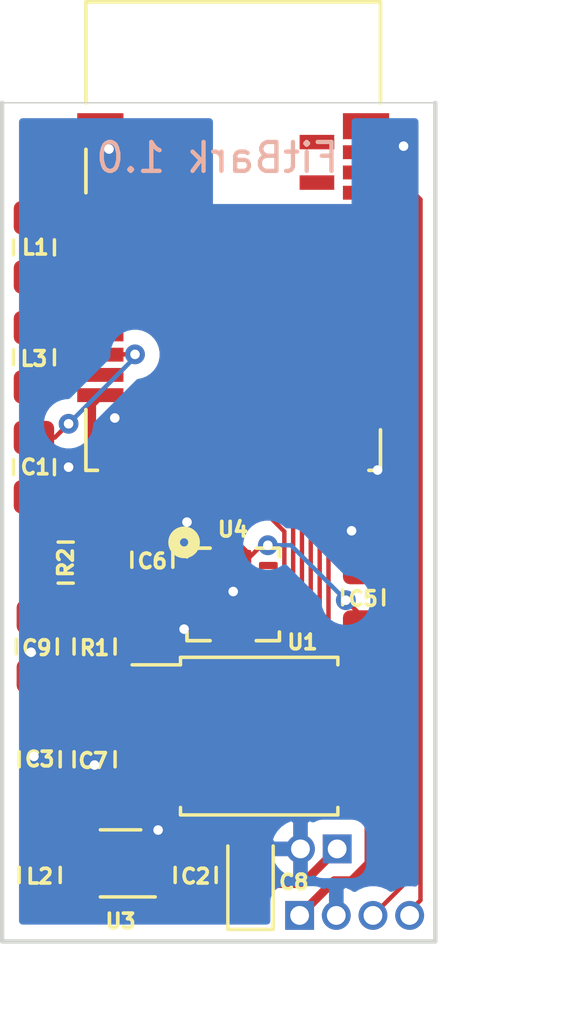
<source format=kicad_pcb>
(kicad_pcb (version 20171130) (host pcbnew 5.1.6)

  (general
    (thickness 1.6)
    (drawings 7)
    (tracks 178)
    (zones 0)
    (modules 19)
    (nets 48)
  )

  (page A4)
  (layers
    (0 F.Cu signal)
    (31 B.Cu signal)
    (32 B.Adhes user)
    (33 F.Adhes user)
    (34 B.Paste user)
    (35 F.Paste user)
    (36 B.SilkS user)
    (37 F.SilkS user)
    (38 B.Mask user)
    (39 F.Mask user)
    (40 Dwgs.User user)
    (41 Cmts.User user)
    (42 Eco1.User user)
    (43 Eco2.User user)
    (44 Edge.Cuts user)
    (45 Margin user)
    (46 B.CrtYd user)
    (47 F.CrtYd user)
    (48 B.Fab user)
    (49 F.Fab user hide)
  )

  (setup
    (last_trace_width 0.1524)
    (user_trace_width 0.1524)
    (user_trace_width 0.3048)
    (trace_clearance 0.1524)
    (zone_clearance 0.508)
    (zone_45_only yes)
    (trace_min 0.1524)
    (via_size 0.6858)
    (via_drill 0.3302)
    (via_min_size 0.508)
    (via_min_drill 0.254)
    (uvia_size 0.6858)
    (uvia_drill 0.3302)
    (uvias_allowed no)
    (uvia_min_size 0.2)
    (uvia_min_drill 0.1)
    (edge_width 0.15)
    (segment_width 0.2)
    (pcb_text_width 0.3)
    (pcb_text_size 1.5 1.5)
    (mod_edge_width 0.15)
    (mod_text_size 1 1)
    (mod_text_width 0.15)
    (pad_size 1.524 1.524)
    (pad_drill 0.762)
    (pad_to_mask_clearance 0.0508)
    (aux_axis_origin 0 0)
    (visible_elements FFFFFF7F)
    (pcbplotparams
      (layerselection 0x010fc_ffffffff)
      (usegerberextensions false)
      (usegerberattributes true)
      (usegerberadvancedattributes true)
      (creategerberjobfile true)
      (excludeedgelayer true)
      (linewidth 0.100000)
      (plotframeref false)
      (viasonmask false)
      (mode 1)
      (useauxorigin false)
      (hpglpennumber 1)
      (hpglpenspeed 20)
      (hpglpendiameter 15.000000)
      (psnegative false)
      (psa4output false)
      (plotreference true)
      (plotvalue true)
      (plotinvisibletext false)
      (padsonsilk false)
      (subtractmaskfromsilk false)
      (outputformat 1)
      (mirror false)
      (drillshape 1)
      (scaleselection 1)
      (outputdirectory ""))
  )

  (net 0 "")
  (net 1 GND)
  (net 2 "Net-(C1-Pad1)")
  (net 3 +3V0)
  (net 4 +3V3)
  (net 5 "Net-(C6-Pad1)")
  (net 6 "Net-(J2-Pad4)")
  (net 7 "Net-(J2-Pad3)")
  (net 8 "Net-(L1-Pad1)")
  (net 9 "Net-(L2-Pad1)")
  (net 10 "Net-(L3-Pad1)")
  (net 11 /I2C_SCL)
  (net 12 /I2C_SDA)
  (net 13 /SPI_SCK)
  (net 14 /SPI_MOSI)
  (net 15 /SPI_MISO)
  (net 16 /FLASH_CS)
  (net 17 "Net-(U2-Pad2)")
  (net 18 "Net-(U2-Pad3)")
  (net 19 "Net-(U2-Pad4)")
  (net 20 "Net-(U2-Pad5)")
  (net 21 "Net-(U2-Pad6)")
  (net 22 "Net-(U2-Pad7)")
  (net 23 "Net-(U2-Pad8)")
  (net 24 "Net-(U2-Pad17)")
  (net 25 "Net-(U2-Pad18)")
  (net 26 "Net-(U2-Pad19)")
  (net 27 "Net-(U2-Pad25)")
  (net 28 "Net-(U2-Pad29)")
  (net 29 "Net-(U2-Pad30)")
  (net 30 "Net-(U2-Pad31)")
  (net 31 /MMA_INT2)
  (net 32 /MMA_INT1)
  (net 33 "Net-(U2-Pad38)")
  (net 34 "Net-(U2-Pad40)")
  (net 35 "Net-(U2-Pad41)")
  (net 36 "Net-(U4-Pad3)")
  (net 37 "Net-(U4-Pad8)")
  (net 38 "Net-(U4-Pad13)")
  (net 39 "Net-(U4-Pad15)")
  (net 40 "Net-(U4-Pad16)")
  (net 41 "Net-(U2-Pad32)")
  (net 42 "Net-(U2-Pad33)")
  (net 43 "Net-(U2-Pad34)")
  (net 44 "Net-(U2-Pad35)")
  (net 45 "Net-(U2-Pad26)")
  (net 46 "Net-(U2-Pad27)")
  (net 47 "Net-(U2-Pad28)")

  (net_class Default "This is the default net class."
    (clearance 0.1524)
    (trace_width 0.1524)
    (via_dia 0.6858)
    (via_drill 0.3302)
    (uvia_dia 0.6858)
    (uvia_drill 0.3302)
    (diff_pair_width 0.2032)
    (diff_pair_gap 0.254)
    (add_net +3V0)
    (add_net +3V3)
    (add_net /FLASH_CS)
    (add_net /I2C_SCL)
    (add_net /I2C_SDA)
    (add_net /MMA_INT1)
    (add_net /MMA_INT2)
    (add_net /SPI_MISO)
    (add_net /SPI_MOSI)
    (add_net /SPI_SCK)
    (add_net GND)
    (add_net "Net-(C1-Pad1)")
    (add_net "Net-(C6-Pad1)")
    (add_net "Net-(J2-Pad3)")
    (add_net "Net-(J2-Pad4)")
    (add_net "Net-(L1-Pad1)")
    (add_net "Net-(L2-Pad1)")
    (add_net "Net-(L3-Pad1)")
    (add_net "Net-(U2-Pad17)")
    (add_net "Net-(U2-Pad18)")
    (add_net "Net-(U2-Pad19)")
    (add_net "Net-(U2-Pad2)")
    (add_net "Net-(U2-Pad25)")
    (add_net "Net-(U2-Pad26)")
    (add_net "Net-(U2-Pad27)")
    (add_net "Net-(U2-Pad28)")
    (add_net "Net-(U2-Pad29)")
    (add_net "Net-(U2-Pad3)")
    (add_net "Net-(U2-Pad30)")
    (add_net "Net-(U2-Pad31)")
    (add_net "Net-(U2-Pad32)")
    (add_net "Net-(U2-Pad33)")
    (add_net "Net-(U2-Pad34)")
    (add_net "Net-(U2-Pad35)")
    (add_net "Net-(U2-Pad38)")
    (add_net "Net-(U2-Pad4)")
    (add_net "Net-(U2-Pad40)")
    (add_net "Net-(U2-Pad41)")
    (add_net "Net-(U2-Pad5)")
    (add_net "Net-(U2-Pad6)")
    (add_net "Net-(U2-Pad7)")
    (add_net "Net-(U2-Pad8)")
    (add_net "Net-(U4-Pad13)")
    (add_net "Net-(U4-Pad15)")
    (add_net "Net-(U4-Pad16)")
    (add_net "Net-(U4-Pad3)")
    (add_net "Net-(U4-Pad8)")
  )

  (module barkbit:MMA845X_QFN_16MM (layer F.Cu) (tedit 5EF4086A) (tstamp 5EF52647)
    (at 158 67)
    (path /5EF084C8)
    (fp_text reference U4 (at -0.6 -1.95) (layer F.SilkS)
      (effects (font (size 0.508 0.508) (thickness 0.127)) (justify left bottom))
    )
    (fp_text value MMA8451Q (at -1.538 2.221) (layer F.Fab)
      (effects (font (size 0.38608 0.38608) (thickness 0.038608)) (justify left bottom))
    )
    (fp_line (start 1.6 1.6) (end 1.6 1.3) (layer F.SilkS) (width 0.127))
    (fp_line (start 0.8 1.6) (end 1.6 1.6) (layer F.SilkS) (width 0.127))
    (fp_line (start -1.6 1.6) (end -1.6 1.3) (layer F.SilkS) (width 0.127))
    (fp_line (start -0.8 1.6) (end -1.6 1.6) (layer F.SilkS) (width 0.127))
    (fp_line (start 1.6 -1.4) (end 1.6 -1.3) (layer F.SilkS) (width 0.127))
    (fp_line (start 1.6 -1.6) (end 1.6 -1.4) (layer F.SilkS) (width 0.127))
    (fp_line (start 0.8 -1.6) (end 1.6 -1.6) (layer F.SilkS) (width 0.127))
    (fp_line (start -1.6 -1.6) (end -1.6 -1.3) (layer F.SilkS) (width 0.127))
    (fp_line (start -0.8 -1.6) (end -1.6 -1.6) (layer F.SilkS) (width 0.127))
    (fp_circle (center -1.7 -1.8) (end -1.558582 -1.8) (layer F.SilkS) (width 0.4064))
    (fp_line (start -1.5 1.5) (end -1.5 -1.5) (layer F.Fab) (width 0.127))
    (fp_line (start 1.5 1.5) (end -1.5 1.5) (layer F.Fab) (width 0.127))
    (fp_line (start 1.5 -1.5) (end 1.5 1.5) (layer F.Fab) (width 0.127))
    (fp_line (start -1.5 -1.5) (end 1.5 -1.5) (layer F.Fab) (width 0.127))
    (pad 1 smd roundrect (at -1.2165 -1) (size 0.65 0.25) (layers F.Cu F.Paste F.Mask) (roundrect_rratio 0.25)
      (net 4 +3V3) (solder_mask_margin 0.0508))
    (pad 2 smd roundrect (at -1.2165 -0.5) (size 0.65 0.25) (layers F.Cu F.Paste F.Mask) (roundrect_rratio 0.25)
      (net 5 "Net-(C6-Pad1)") (solder_mask_margin 0.0508))
    (pad 3 smd roundrect (at -1.2165 0) (size 0.65 0.25) (layers F.Cu F.Paste F.Mask) (roundrect_rratio 0.25)
      (net 36 "Net-(U4-Pad3)") (solder_mask_margin 0.0508))
    (pad 4 smd roundrect (at -1.2165 0.5) (size 0.65 0.25) (layers F.Cu F.Paste F.Mask) (roundrect_rratio 0.25)
      (net 11 /I2C_SCL) (solder_mask_margin 0.0508))
    (pad 5 smd roundrect (at -1.2165 1) (size 0.65 0.25) (layers F.Cu F.Paste F.Mask) (roundrect_rratio 0.25)
      (net 1 GND) (solder_mask_margin 0.0508))
    (pad 6 smd roundrect (at -0.5 1.2165 90) (size 0.65 0.25) (layers F.Cu F.Paste F.Mask) (roundrect_rratio 0.25)
      (net 12 /I2C_SDA) (solder_mask_margin 0.0508))
    (pad 7 smd roundrect (at 0 1.2165 90) (size 0.65 0.25) (layers F.Cu F.Paste F.Mask) (roundrect_rratio 0.25)
      (net 1 GND) (solder_mask_margin 0.0508))
    (pad 8 smd roundrect (at 0.5 1.2165 90) (size 0.65 0.25) (layers F.Cu F.Paste F.Mask) (roundrect_rratio 0.25)
      (net 37 "Net-(U4-Pad8)") (solder_mask_margin 0.0508))
    (pad 9 smd roundrect (at 1.2165 1 180) (size 0.65 0.25) (layers F.Cu F.Paste F.Mask) (roundrect_rratio 0.25)
      (net 31 /MMA_INT2) (solder_mask_margin 0.0508))
    (pad 10 smd roundrect (at 1.2165 0.5 180) (size 0.65 0.25) (layers F.Cu F.Paste F.Mask) (roundrect_rratio 0.25)
      (net 1 GND) (solder_mask_margin 0.0508))
    (pad 11 smd roundrect (at 1.2165 0 180) (size 0.65 0.25) (layers F.Cu F.Paste F.Mask) (roundrect_rratio 0.25)
      (net 32 /MMA_INT1) (solder_mask_margin 0.0508))
    (pad 12 smd roundrect (at 1.2165 -0.5 180) (size 0.65 0.25) (layers F.Cu F.Paste F.Mask) (roundrect_rratio 0.25)
      (net 1 GND) (solder_mask_margin 0.0508))
    (pad 13 smd roundrect (at 1.2165 -1 180) (size 0.65 0.25) (layers F.Cu F.Paste F.Mask) (roundrect_rratio 0.25)
      (net 38 "Net-(U4-Pad13)") (solder_mask_margin 0.0508))
    (pad 14 smd roundrect (at 0.5 -1.2165 270) (size 0.65 0.25) (layers F.Cu F.Paste F.Mask) (roundrect_rratio 0.25)
      (net 4 +3V3) (solder_mask_margin 0.0508))
    (pad 15 smd roundrect (at 0 -1.2165 270) (size 0.65 0.25) (layers F.Cu F.Paste F.Mask) (roundrect_rratio 0.25)
      (net 39 "Net-(U4-Pad15)") (solder_mask_margin 0.0508))
    (pad 16 smd roundrect (at -0.5 -1.2165 270) (size 0.65 0.25) (layers F.Cu F.Paste F.Mask) (roundrect_rratio 0.25)
      (net 40 "Net-(U4-Pad16)") (solder_mask_margin 0.0508))
  )

  (module barkbit:Wire_1x04_P1.27mm (layer F.Cu) (tedit 5EF40122) (tstamp 5EF4D3DB)
    (at 160.3 78.1 90)
    (descr "Through hole straight pin header, 1x04, 1.27mm pitch, single row")
    (tags "Through hole pin header THT 1x04 1.27mm single row")
    (path /5EF1DA43)
    (fp_text reference J2 (at 1.1 1.8 180) (layer F.SilkS) hide
      (effects (font (size 0.508 0.508) (thickness 0.127)))
    )
    (fp_text value PRG (at 0 5.505 90) (layer F.Fab)
      (effects (font (size 1 1) (thickness 0.15)))
    )
    (fp_text user %R (at 0 1.905 180) (layer F.Fab)
      (effects (font (size 0.508 0.508) (thickness 0.127)))
    )
    (pad 1 thru_hole rect (at 0 0 90) (size 1 1) (drill 0.65) (layers *.Cu *.Mask)
      (net 4 +3V3))
    (pad 2 thru_hole oval (at 0 1.27 90) (size 1 1) (drill 0.65) (layers *.Cu *.Mask)
      (net 1 GND))
    (pad 3 thru_hole oval (at 0 2.54 90) (size 1 1) (drill 0.65) (layers *.Cu *.Mask)
      (net 7 "Net-(J2-Pad3)"))
    (pad 4 thru_hole oval (at 0 3.81 90) (size 1 1) (drill 0.65) (layers *.Cu *.Mask)
      (net 6 "Net-(J2-Pad4)"))
  )

  (module barkbit:Wire_1x02_P1.27mm (layer F.Cu) (tedit 5EF40185) (tstamp 5EF5056A)
    (at 161.6 75.8 270)
    (descr "Through hole straight pin header, 1x02, 1.27mm pitch, single row")
    (tags "Through hole pin header THT 1x02 1.27mm single row")
    (path /5EF608BB)
    (fp_text reference J1 (at 0 -1.695 270) (layer F.SilkS) hide
      (effects (font (size 0.508 0.508) (thickness 0.127)))
    )
    (fp_text value BATT (at 0 2.965 270) (layer F.Fab)
      (effects (font (size 1 1) (thickness 0.15)))
    )
    (fp_text user %R (at 0 0.635) (layer F.Fab)
      (effects (font (size 0.508 0.508) (thickness 0.127)))
    )
    (pad 1 thru_hole rect (at 0 0 270) (size 1 1) (drill 0.65) (layers *.Cu *.Mask)
      (net 3 +3V0))
    (pad 2 thru_hole oval (at 0 1.27 270) (size 1 1) (drill 0.65) (layers *.Cu *.Mask)
      (net 1 GND))
  )

  (module barkbit:RAYTAC_MDBT42 (layer F.Cu) (tedit 0) (tstamp 5EF517CF)
    (at 158 54.61)
    (path /5EEFDFBC)
    (fp_text reference U2 (at -4.866 -8.328 -180) (layer F.SilkS) hide
      (effects (font (size 0.508 0.508) (thickness 0.127)) (justify left bottom))
    )
    (fp_text value MDBT42Q (at 0.4922 -0.5426 -270) (layer F.Fab)
      (effects (font (size 0.77216 0.77216) (thickness 0.077216)) (justify left bottom))
    )
    (fp_line (start 5.1 8.1) (end 5.1 6.7) (layer F.SilkS) (width 0.127))
    (fp_line (start 4.7 8.1) (end 5.1 8.1) (layer F.SilkS) (width 0.127))
    (fp_line (start -5.1 8.1) (end -5.1 6) (layer F.SilkS) (width 0.127))
    (fp_line (start -4.7 8.1) (end -5.1 8.1) (layer F.SilkS) (width 0.127))
    (fp_line (start -5.1 -3) (end -5.1 -1.5) (layer F.SilkS) (width 0.127))
    (fp_line (start 5.1 -8.1) (end 5.1 -4.6) (layer F.SilkS) (width 0.127))
    (fp_line (start -5.1 -8.1) (end 5.1 -8.1) (layer F.SilkS) (width 0.127))
    (fp_line (start -5.1 -4.6) (end -5.1 -8.1) (layer F.SilkS) (width 0.127))
    (fp_line (start 3.8 -4.25) (end 5 -4.25) (layer F.Fab) (width 0.127))
    (fp_line (start 3.8 -1.25) (end 3.8 -4.25) (layer F.Fab) (width 0.127))
    (fp_line (start -0.5 -1.25) (end 3.8 -1.25) (layer F.Fab) (width 0.127))
    (fp_line (start -0.5 -4.25) (end -0.5 -1.25) (layer F.Fab) (width 0.127))
    (fp_line (start -5 -4.25) (end -0.5 -4.25) (layer F.Fab) (width 0.127))
    (fp_line (start -5 -4.25) (end -5 -8) (layer F.Fab) (width 0.127))
    (fp_poly (pts (xy 5.45 -8) (xy -5.45 -8) (xy -5.45 -4.25) (xy 5.45 -4.25)) (layer Dwgs.User) (width 0))
    (fp_poly (pts (xy -0.45 -1.25) (xy 3.85 -1.25) (xy 3.85 -4.25) (xy -0.45 -4.25)) (layer Dwgs.User) (width 0))
    (fp_poly (pts (xy -5.45 -4.25) (xy 5.45 -4.25) (xy 5.45 -8) (xy -5.45 -8)) (layer Dwgs.User) (width 0))
    (fp_line (start -5 8) (end -5 -4.25) (layer F.Fab) (width 0.127))
    (fp_line (start 5 8) (end -5 8) (layer F.Fab) (width 0.127))
    (fp_line (start 5 -4.25) (end 5 8) (layer F.Fab) (width 0.127))
    (fp_line (start 5 -8) (end 5 -4.25) (layer F.Fab) (width 0.127))
    (fp_line (start -5 -8) (end 5 -8) (layer F.Fab) (width 0.127))
    (fp_text user "KEEPOUT\n(ANTENNA AREA)" (at 0 -6.238) (layer F.Fab)
      (effects (font (size 0.57912 0.57912) (thickness 0.09144)))
    )
    (pad 1 smd rect (at -4.6 -3.8) (size 1.6 0.9) (layers F.Cu F.Paste F.Mask)
      (net 1 GND) (solder_mask_margin 0.0508))
    (pad 2 smd rect (at -4.6 -0.8) (size 1.6 0.48) (layers F.Cu F.Paste F.Mask)
      (net 17 "Net-(U2-Pad2)") (solder_mask_margin 0.0508))
    (pad 3 smd rect (at -4.6 -0.1) (size 1.6 0.48) (layers F.Cu F.Paste F.Mask)
      (net 18 "Net-(U2-Pad3)") (solder_mask_margin 0.0508))
    (pad 4 smd rect (at -4.6 0.6) (size 1.6 0.48) (layers F.Cu F.Paste F.Mask)
      (net 19 "Net-(U2-Pad4)") (solder_mask_margin 0.0508))
    (pad 5 smd rect (at -4.6 1.3) (size 1.6 0.48) (layers F.Cu F.Paste F.Mask)
      (net 20 "Net-(U2-Pad5)") (solder_mask_margin 0.0508))
    (pad 6 smd rect (at -4.6 2) (size 1.6 0.48) (layers F.Cu F.Paste F.Mask)
      (net 21 "Net-(U2-Pad6)") (solder_mask_margin 0.0508))
    (pad 7 smd rect (at -4.6 2.7) (size 1.6 0.48) (layers F.Cu F.Paste F.Mask)
      (net 22 "Net-(U2-Pad7)") (solder_mask_margin 0.0508))
    (pad 8 smd rect (at -4.6 3.4) (size 1.6 0.48) (layers F.Cu F.Paste F.Mask)
      (net 23 "Net-(U2-Pad8)") (solder_mask_margin 0.0508))
    (pad 9 smd rect (at -4.6 4.1) (size 1.6 0.48) (layers F.Cu F.Paste F.Mask)
      (net 2 "Net-(C1-Pad1)") (solder_mask_margin 0.0508))
    (pad 10 smd rect (at -4.6 4.8) (size 1.6 0.48) (layers F.Cu F.Paste F.Mask)
      (net 10 "Net-(L3-Pad1)") (solder_mask_margin 0.0508))
    (pad 11 smd rect (at -4.6 5.5) (size 1.6 0.48) (layers F.Cu F.Paste F.Mask)
      (net 4 +3V3) (solder_mask_margin 0.0508))
    (pad 12 smd rect (at -4.2 7.65 90) (size 1.6 0.48) (layers F.Cu F.Paste F.Mask)
      (net 1 GND) (solder_mask_margin 0.0508))
    (pad 13 smd rect (at -3.5 7.65 90) (size 1.6 0.48) (layers F.Cu F.Paste F.Mask)
      (net 12 /I2C_SDA) (solder_mask_margin 0.0508))
    (pad 14 smd rect (at -2.8 7.65 90) (size 1.6 0.48) (layers F.Cu F.Paste F.Mask)
      (net 11 /I2C_SCL) (solder_mask_margin 0.0508))
    (pad 15 smd rect (at -2.1 7.65 90) (size 1.6 0.48) (layers F.Cu F.Paste F.Mask)
      (net 32 /MMA_INT1) (solder_mask_margin 0.0508))
    (pad 16 smd rect (at -1.4 7.65 90) (size 1.6 0.48) (layers F.Cu F.Paste F.Mask)
      (net 31 /MMA_INT2) (solder_mask_margin 0.0508))
    (pad 17 smd rect (at -0.7 7.65 90) (size 1.6 0.48) (layers F.Cu F.Paste F.Mask)
      (net 24 "Net-(U2-Pad17)") (solder_mask_margin 0.0508))
    (pad 18 smd rect (at 0 7.65 90) (size 1.6 0.48) (layers F.Cu F.Paste F.Mask)
      (net 25 "Net-(U2-Pad18)") (solder_mask_margin 0.0508))
    (pad 19 smd rect (at 0.7 7.65 90) (size 1.6 0.48) (layers F.Cu F.Paste F.Mask)
      (net 26 "Net-(U2-Pad19)") (solder_mask_margin 0.0508))
    (pad 20 smd rect (at 1.4 7.65 90) (size 1.6 0.48) (layers F.Cu F.Paste F.Mask)
      (net 16 /FLASH_CS) (solder_mask_margin 0.0508))
    (pad 21 smd rect (at 2.1 7.65 90) (size 1.6 0.48) (layers F.Cu F.Paste F.Mask)
      (net 15 /SPI_MISO) (solder_mask_margin 0.0508))
    (pad 22 smd rect (at 2.8 7.65 90) (size 1.6 0.48) (layers F.Cu F.Paste F.Mask)
      (net 14 /SPI_MOSI) (solder_mask_margin 0.0508))
    (pad 23 smd rect (at 3.5 7.65 90) (size 1.6 0.48) (layers F.Cu F.Paste F.Mask)
      (net 13 /SPI_SCK) (solder_mask_margin 0.0508))
    (pad 24 smd rect (at 4.2 7.65 90) (size 1.6 0.48) (layers F.Cu F.Paste F.Mask)
      (net 1 GND) (solder_mask_margin 0.0508))
    (pad 25 smd rect (at 4.6 6.2) (size 1.6 0.48) (layers F.Cu F.Paste F.Mask)
      (net 27 "Net-(U2-Pad25)") (solder_mask_margin 0.0508))
    (pad 26 smd rect (at 4.6 5.5) (size 1.6 0.48) (layers F.Cu F.Paste F.Mask)
      (net 45 "Net-(U2-Pad26)") (solder_mask_margin 0.0508))
    (pad 27 smd rect (at 4.6 4.8) (size 1.6 0.48) (layers F.Cu F.Paste F.Mask)
      (net 46 "Net-(U2-Pad27)") (solder_mask_margin 0.0508))
    (pad 28 smd rect (at 4.6 4.1) (size 1.6 0.48) (layers F.Cu F.Paste F.Mask)
      (net 47 "Net-(U2-Pad28)") (solder_mask_margin 0.0508))
    (pad 29 smd rect (at 4.6 3.4) (size 1.6 0.48) (layers F.Cu F.Paste F.Mask)
      (net 28 "Net-(U2-Pad29)") (solder_mask_margin 0.0508))
    (pad 30 smd rect (at 4.6 2.7) (size 1.6 0.48) (layers F.Cu F.Paste F.Mask)
      (net 29 "Net-(U2-Pad30)") (solder_mask_margin 0.0508))
    (pad 31 smd rect (at 4.6 2) (size 1.6 0.48) (layers F.Cu F.Paste F.Mask)
      (net 30 "Net-(U2-Pad31)") (solder_mask_margin 0.0508))
    (pad 32 smd rect (at 4.6 1.3) (size 1.6 0.48) (layers F.Cu F.Paste F.Mask)
      (net 41 "Net-(U2-Pad32)") (solder_mask_margin 0.0508))
    (pad 33 smd rect (at 4.6 0.6) (size 1.6 0.48) (layers F.Cu F.Paste F.Mask)
      (net 42 "Net-(U2-Pad33)") (solder_mask_margin 0.0508))
    (pad 34 smd rect (at 4.6 -0.1) (size 1.6 0.48) (layers F.Cu F.Paste F.Mask)
      (net 43 "Net-(U2-Pad34)") (solder_mask_margin 0.0508))
    (pad 35 smd rect (at 4.6 -0.8) (size 1.6 0.48) (layers F.Cu F.Paste F.Mask)
      (net 44 "Net-(U2-Pad35)") (solder_mask_margin 0.0508))
    (pad 36 smd rect (at 4.6 -1.5) (size 1.6 0.48) (layers F.Cu F.Paste F.Mask)
      (net 7 "Net-(J2-Pad3)") (solder_mask_margin 0.0508))
    (pad 37 smd rect (at 4.6 -2.2) (size 1.6 0.48) (layers F.Cu F.Paste F.Mask)
      (net 6 "Net-(J2-Pad4)") (solder_mask_margin 0.0508))
    (pad 38 smd rect (at 4.6 -2.9) (size 1.6 0.48) (layers F.Cu F.Paste F.Mask)
      (net 33 "Net-(U2-Pad38)") (solder_mask_margin 0.0508))
    (pad 39 smd rect (at 4.6 -3.8) (size 1.6 0.9) (layers F.Cu F.Paste F.Mask)
      (net 1 GND) (solder_mask_margin 0.0508))
    (pad 40 smd rect (at 2.9 -3.25) (size 1.2 0.5) (layers F.Cu F.Paste F.Mask)
      (net 34 "Net-(U2-Pad40)") (solder_mask_margin 0.0508))
    (pad 41 smd rect (at 2.9 -1.85) (size 1.2 0.5) (layers F.Cu F.Paste F.Mask)
      (net 35 "Net-(U2-Pad41)") (solder_mask_margin 0.0508))
  )

  (module Capacitor_SMD:C_0805_2012Metric_Pad1.15x1.40mm_HandSolder (layer F.Cu) (tedit 5B36C52B) (tstamp 5EF437DB)
    (at 151.2 68.8 90)
    (descr "Capacitor SMD 0805 (2012 Metric), square (rectangular) end terminal, IPC_7351 nominal with elongated pad for handsoldering. (Body size source: https://docs.google.com/spreadsheets/d/1BsfQQcO9C6DZCsRaXUlFlo91Tg2WpOkGARC1WS5S8t0/edit?usp=sharing), generated with kicad-footprint-generator")
    (tags "capacitor handsolder")
    (path /5EF6624C)
    (attr smd)
    (fp_text reference C9 (at -0.05 0 180) (layer F.SilkS)
      (effects (font (size 0.508 0.508) (thickness 0.127)))
    )
    (fp_text value 10uF (at 0 1.65 90) (layer F.Fab)
      (effects (font (size 1 1) (thickness 0.15)))
    )
    (fp_line (start -1 0.6) (end -1 -0.6) (layer F.Fab) (width 0.1))
    (fp_line (start -1 -0.6) (end 1 -0.6) (layer F.Fab) (width 0.1))
    (fp_line (start 1 -0.6) (end 1 0.6) (layer F.Fab) (width 0.1))
    (fp_line (start 1 0.6) (end -1 0.6) (layer F.Fab) (width 0.1))
    (fp_line (start -0.261252 -0.71) (end 0.261252 -0.71) (layer F.SilkS) (width 0.12))
    (fp_line (start -0.261252 0.71) (end 0.261252 0.71) (layer F.SilkS) (width 0.12))
    (fp_line (start -1.85 0.95) (end -1.85 -0.95) (layer F.CrtYd) (width 0.05))
    (fp_line (start -1.85 -0.95) (end 1.85 -0.95) (layer F.CrtYd) (width 0.05))
    (fp_line (start 1.85 -0.95) (end 1.85 0.95) (layer F.CrtYd) (width 0.05))
    (fp_line (start 1.85 0.95) (end -1.85 0.95) (layer F.CrtYd) (width 0.05))
    (fp_text user %R (at 0 0 90) (layer F.Fab)
      (effects (font (size 0.508 0.508) (thickness 0.127)))
    )
    (pad 2 smd roundrect (at 1.025 0 90) (size 1.15 1.4) (layers F.Cu F.Paste F.Mask) (roundrect_rratio 0.217391)
      (net 4 +3V3))
    (pad 1 smd roundrect (at -1.025 0 90) (size 1.15 1.4) (layers F.Cu F.Paste F.Mask) (roundrect_rratio 0.217391)
      (net 1 GND))
    (model ${KISYS3DMOD}/Capacitor_SMD.3dshapes/C_0805_2012Metric.wrl
      (at (xyz 0 0 0))
      (scale (xyz 1 1 1))
      (rotate (xyz 0 0 0))
    )
  )

  (module Package_SO:SOIC-8_5.23x5.23mm_P1.27mm (layer F.Cu) (tedit 5D9F72B1) (tstamp 5EF518B0)
    (at 158.9 71.9)
    (descr "SOIC, 8 Pin (http://www.winbond.com/resource-files/w25q32jv%20revg%2003272018%20plus.pdf#page=68), generated with kicad-footprint-generator ipc_gullwing_generator.py")
    (tags "SOIC SO")
    (path /5EF01A4F)
    (attr smd)
    (fp_text reference U1 (at 1.5 -3.25) (layer F.SilkS)
      (effects (font (size 0.508 0.508) (thickness 0.127)))
    )
    (fp_text value MX25R6435FM2IH0 (at 0 3.56) (layer F.Fab)
      (effects (font (size 1 1) (thickness 0.15)))
    )
    (fp_line (start 4.65 -2.86) (end -4.65 -2.86) (layer F.CrtYd) (width 0.05))
    (fp_line (start 4.65 2.86) (end 4.65 -2.86) (layer F.CrtYd) (width 0.05))
    (fp_line (start -4.65 2.86) (end 4.65 2.86) (layer F.CrtYd) (width 0.05))
    (fp_line (start -4.65 -2.86) (end -4.65 2.86) (layer F.CrtYd) (width 0.05))
    (fp_line (start -2.615 -1.615) (end -1.615 -2.615) (layer F.Fab) (width 0.1))
    (fp_line (start -2.615 2.615) (end -2.615 -1.615) (layer F.Fab) (width 0.1))
    (fp_line (start 2.615 2.615) (end -2.615 2.615) (layer F.Fab) (width 0.1))
    (fp_line (start 2.615 -2.615) (end 2.615 2.615) (layer F.Fab) (width 0.1))
    (fp_line (start -1.615 -2.615) (end 2.615 -2.615) (layer F.Fab) (width 0.1))
    (fp_line (start -2.725 -2.465) (end -4.4 -2.465) (layer F.SilkS) (width 0.12))
    (fp_line (start -2.725 -2.725) (end -2.725 -2.465) (layer F.SilkS) (width 0.12))
    (fp_line (start 0 -2.725) (end -2.725 -2.725) (layer F.SilkS) (width 0.12))
    (fp_line (start 2.725 -2.725) (end 2.725 -2.465) (layer F.SilkS) (width 0.12))
    (fp_line (start 0 -2.725) (end 2.725 -2.725) (layer F.SilkS) (width 0.12))
    (fp_line (start -2.725 2.725) (end -2.725 2.465) (layer F.SilkS) (width 0.12))
    (fp_line (start 0 2.725) (end -2.725 2.725) (layer F.SilkS) (width 0.12))
    (fp_line (start 2.725 2.725) (end 2.725 2.465) (layer F.SilkS) (width 0.12))
    (fp_line (start 0 2.725) (end 2.725 2.725) (layer F.SilkS) (width 0.12))
    (fp_text user %R (at 0 0) (layer F.Fab)
      (effects (font (size 0.508 0.508) (thickness 0.127)))
    )
    (pad 8 smd roundrect (at 3.6 -1.905) (size 1.6 0.6) (layers F.Cu F.Paste F.Mask) (roundrect_rratio 0.25)
      (net 4 +3V3))
    (pad 7 smd roundrect (at 3.6 -0.635) (size 1.6 0.6) (layers F.Cu F.Paste F.Mask) (roundrect_rratio 0.25)
      (net 4 +3V3))
    (pad 6 smd roundrect (at 3.6 0.635) (size 1.6 0.6) (layers F.Cu F.Paste F.Mask) (roundrect_rratio 0.25)
      (net 13 /SPI_SCK))
    (pad 5 smd roundrect (at 3.6 1.905) (size 1.6 0.6) (layers F.Cu F.Paste F.Mask) (roundrect_rratio 0.25)
      (net 14 /SPI_MOSI))
    (pad 4 smd roundrect (at -3.6 1.905) (size 1.6 0.6) (layers F.Cu F.Paste F.Mask) (roundrect_rratio 0.25)
      (net 1 GND))
    (pad 3 smd roundrect (at -3.6 0.635) (size 1.6 0.6) (layers F.Cu F.Paste F.Mask) (roundrect_rratio 0.25)
      (net 4 +3V3))
    (pad 2 smd roundrect (at -3.6 -0.635) (size 1.6 0.6) (layers F.Cu F.Paste F.Mask) (roundrect_rratio 0.25)
      (net 15 /SPI_MISO))
    (pad 1 smd roundrect (at -3.6 -1.905) (size 1.6 0.6) (layers F.Cu F.Paste F.Mask) (roundrect_rratio 0.25)
      (net 16 /FLASH_CS))
    (model ${KISYS3DMOD}/Package_SO.3dshapes/SOIC-8_5.23x5.23mm_P1.27mm.wrl
      (at (xyz 0 0 0))
      (scale (xyz 1 1 1))
      (rotate (xyz 0 0 0))
    )
  )

  (module Package_TO_SOT_SMD:SOT-363_SC-70-6 (layer F.Cu) (tedit 5A02FF57) (tstamp 5EF42613)
    (at 154.1 76.3 180)
    (descr "SOT-363, SC-70-6")
    (tags "SOT-363 SC-70-6")
    (path /5EF035C4)
    (attr smd)
    (fp_text reference U3 (at 0 -2) (layer F.SilkS)
      (effects (font (size 0.508 0.508) (thickness 0.127)))
    )
    (fp_text value TLV61225 (at 0 2 180) (layer F.Fab)
      (effects (font (size 1 1) (thickness 0.15)))
    )
    (fp_line (start -0.175 -1.1) (end -0.675 -0.6) (layer F.Fab) (width 0.1))
    (fp_line (start 0.675 1.1) (end -0.675 1.1) (layer F.Fab) (width 0.1))
    (fp_line (start 0.675 -1.1) (end 0.675 1.1) (layer F.Fab) (width 0.1))
    (fp_line (start -1.6 1.4) (end 1.6 1.4) (layer F.CrtYd) (width 0.05))
    (fp_line (start -0.675 -0.6) (end -0.675 1.1) (layer F.Fab) (width 0.1))
    (fp_line (start 0.675 -1.1) (end -0.175 -1.1) (layer F.Fab) (width 0.1))
    (fp_line (start -1.6 -1.4) (end 1.6 -1.4) (layer F.CrtYd) (width 0.05))
    (fp_line (start -1.6 -1.4) (end -1.6 1.4) (layer F.CrtYd) (width 0.05))
    (fp_line (start 1.6 1.4) (end 1.6 -1.4) (layer F.CrtYd) (width 0.05))
    (fp_line (start -0.7 1.16) (end 0.7 1.16) (layer F.SilkS) (width 0.12))
    (fp_line (start 0.7 -1.16) (end -1.2 -1.16) (layer F.SilkS) (width 0.12))
    (fp_text user %R (at 0 0 90) (layer F.Fab)
      (effects (font (size 0.508 0.508) (thickness 0.127)))
    )
    (pad 6 smd rect (at 0.95 -0.65 180) (size 0.65 0.4) (layers F.Cu F.Paste F.Mask)
      (net 3 +3V0))
    (pad 4 smd rect (at 0.95 0.65 180) (size 0.65 0.4) (layers F.Cu F.Paste F.Mask)
      (net 4 +3V3))
    (pad 2 smd rect (at -0.95 0 180) (size 0.65 0.4) (layers F.Cu F.Paste F.Mask)
      (net 4 +3V3))
    (pad 5 smd rect (at 0.95 0 180) (size 0.65 0.4) (layers F.Cu F.Paste F.Mask)
      (net 9 "Net-(L2-Pad1)"))
    (pad 3 smd rect (at -0.95 0.65 180) (size 0.65 0.4) (layers F.Cu F.Paste F.Mask)
      (net 1 GND))
    (pad 1 smd rect (at -0.95 -0.65 180) (size 0.65 0.4) (layers F.Cu F.Paste F.Mask)
      (net 3 +3V0))
    (model ${KISYS3DMOD}/Package_TO_SOT_SMD.3dshapes/SOT-363_SC-70-6.wrl
      (at (xyz 0 0 0))
      (scale (xyz 1 1 1))
      (rotate (xyz 0 0 0))
    )
  )

  (module Resistor_SMD:R_0805_2012Metric_Pad1.15x1.40mm_HandSolder (layer F.Cu) (tedit 5B36C52B) (tstamp 5EF43392)
    (at 152.2 65.9 180)
    (descr "Resistor SMD 0805 (2012 Metric), square (rectangular) end terminal, IPC_7351 nominal with elongated pad for handsoldering. (Body size source: https://docs.google.com/spreadsheets/d/1BsfQQcO9C6DZCsRaXUlFlo91Tg2WpOkGARC1WS5S8t0/edit?usp=sharing), generated with kicad-footprint-generator")
    (tags "resistor handsolder")
    (path /5EF253EB)
    (attr smd)
    (fp_text reference R2 (at 0 0 90) (layer F.SilkS)
      (effects (font (size 0.508 0.508) (thickness 0.127)))
    )
    (fp_text value 4.7k (at 0 1.65) (layer F.Fab)
      (effects (font (size 1 1) (thickness 0.15)))
    )
    (fp_line (start 1.85 0.95) (end -1.85 0.95) (layer F.CrtYd) (width 0.05))
    (fp_line (start 1.85 -0.95) (end 1.85 0.95) (layer F.CrtYd) (width 0.05))
    (fp_line (start -1.85 -0.95) (end 1.85 -0.95) (layer F.CrtYd) (width 0.05))
    (fp_line (start -1.85 0.95) (end -1.85 -0.95) (layer F.CrtYd) (width 0.05))
    (fp_line (start -0.261252 0.71) (end 0.261252 0.71) (layer F.SilkS) (width 0.12))
    (fp_line (start -0.261252 -0.71) (end 0.261252 -0.71) (layer F.SilkS) (width 0.12))
    (fp_line (start 1 0.6) (end -1 0.6) (layer F.Fab) (width 0.1))
    (fp_line (start 1 -0.6) (end 1 0.6) (layer F.Fab) (width 0.1))
    (fp_line (start -1 -0.6) (end 1 -0.6) (layer F.Fab) (width 0.1))
    (fp_line (start -1 0.6) (end -1 -0.6) (layer F.Fab) (width 0.1))
    (fp_text user %R (at 0 0) (layer F.Fab)
      (effects (font (size 0.508 0.508) (thickness 0.127)))
    )
    (pad 2 smd roundrect (at 1.025 0 180) (size 1.15 1.4) (layers F.Cu F.Paste F.Mask) (roundrect_rratio 0.217391)
      (net 4 +3V3))
    (pad 1 smd roundrect (at -1.025 0 180) (size 1.15 1.4) (layers F.Cu F.Paste F.Mask) (roundrect_rratio 0.217391)
      (net 12 /I2C_SDA))
    (model ${KISYS3DMOD}/Resistor_SMD.3dshapes/R_0805_2012Metric.wrl
      (at (xyz 0 0 0))
      (scale (xyz 1 1 1))
      (rotate (xyz 0 0 0))
    )
  )

  (module Resistor_SMD:R_0805_2012Metric_Pad1.15x1.40mm_HandSolder (layer F.Cu) (tedit 5B36C52B) (tstamp 5EF3E806)
    (at 153.2 68.8 270)
    (descr "Resistor SMD 0805 (2012 Metric), square (rectangular) end terminal, IPC_7351 nominal with elongated pad for handsoldering. (Body size source: https://docs.google.com/spreadsheets/d/1BsfQQcO9C6DZCsRaXUlFlo91Tg2WpOkGARC1WS5S8t0/edit?usp=sharing), generated with kicad-footprint-generator")
    (tags "resistor handsolder")
    (path /5EF259CA)
    (attr smd)
    (fp_text reference R1 (at 0.05 0 180) (layer F.SilkS)
      (effects (font (size 0.508 0.508) (thickness 0.127)))
    )
    (fp_text value 4.7k (at 0 1.65 90) (layer F.Fab)
      (effects (font (size 1 1) (thickness 0.15)))
    )
    (fp_line (start 1.85 0.95) (end -1.85 0.95) (layer F.CrtYd) (width 0.05))
    (fp_line (start 1.85 -0.95) (end 1.85 0.95) (layer F.CrtYd) (width 0.05))
    (fp_line (start -1.85 -0.95) (end 1.85 -0.95) (layer F.CrtYd) (width 0.05))
    (fp_line (start -1.85 0.95) (end -1.85 -0.95) (layer F.CrtYd) (width 0.05))
    (fp_line (start -0.261252 0.71) (end 0.261252 0.71) (layer F.SilkS) (width 0.12))
    (fp_line (start -0.261252 -0.71) (end 0.261252 -0.71) (layer F.SilkS) (width 0.12))
    (fp_line (start 1 0.6) (end -1 0.6) (layer F.Fab) (width 0.1))
    (fp_line (start 1 -0.6) (end 1 0.6) (layer F.Fab) (width 0.1))
    (fp_line (start -1 -0.6) (end 1 -0.6) (layer F.Fab) (width 0.1))
    (fp_line (start -1 0.6) (end -1 -0.6) (layer F.Fab) (width 0.1))
    (fp_text user %R (at 0 0 90) (layer F.Fab)
      (effects (font (size 0.508 0.508) (thickness 0.127)))
    )
    (pad 2 smd roundrect (at 1.025 0 270) (size 1.15 1.4) (layers F.Cu F.Paste F.Mask) (roundrect_rratio 0.217391)
      (net 4 +3V3))
    (pad 1 smd roundrect (at -1.025 0 270) (size 1.15 1.4) (layers F.Cu F.Paste F.Mask) (roundrect_rratio 0.217391)
      (net 11 /I2C_SCL))
    (model ${KISYS3DMOD}/Resistor_SMD.3dshapes/R_0805_2012Metric.wrl
      (at (xyz 0 0 0))
      (scale (xyz 1 1 1))
      (rotate (xyz 0 0 0))
    )
  )

  (module Inductor_SMD:L_0805_2012Metric_Pad1.15x1.40mm_HandSolder (layer F.Cu) (tedit 5B36C52B) (tstamp 5EF3247D)
    (at 151.1 58.8 90)
    (descr "Capacitor SMD 0805 (2012 Metric), square (rectangular) end terminal, IPC_7351 nominal with elongated pad for handsoldering. (Body size source: https://docs.google.com/spreadsheets/d/1BsfQQcO9C6DZCsRaXUlFlo91Tg2WpOkGARC1WS5S8t0/edit?usp=sharing), generated with kicad-footprint-generator")
    (tags "inductor handsolder")
    (path /5EF14ADB)
    (attr smd)
    (fp_text reference L3 (at -0.05 0 180) (layer F.SilkS)
      (effects (font (size 0.508 0.508) (thickness 0.127)))
    )
    (fp_text value 10uH (at 0 1.65 90) (layer F.Fab)
      (effects (font (size 1 1) (thickness 0.15)))
    )
    (fp_line (start 1.85 0.95) (end -1.85 0.95) (layer F.CrtYd) (width 0.05))
    (fp_line (start 1.85 -0.95) (end 1.85 0.95) (layer F.CrtYd) (width 0.05))
    (fp_line (start -1.85 -0.95) (end 1.85 -0.95) (layer F.CrtYd) (width 0.05))
    (fp_line (start -1.85 0.95) (end -1.85 -0.95) (layer F.CrtYd) (width 0.05))
    (fp_line (start -0.261252 0.71) (end 0.261252 0.71) (layer F.SilkS) (width 0.12))
    (fp_line (start -0.261252 -0.71) (end 0.261252 -0.71) (layer F.SilkS) (width 0.12))
    (fp_line (start 1 0.6) (end -1 0.6) (layer F.Fab) (width 0.1))
    (fp_line (start 1 -0.6) (end 1 0.6) (layer F.Fab) (width 0.1))
    (fp_line (start -1 -0.6) (end 1 -0.6) (layer F.Fab) (width 0.1))
    (fp_line (start -1 0.6) (end -1 -0.6) (layer F.Fab) (width 0.1))
    (fp_text user %R (at 0 0 90) (layer F.Fab)
      (effects (font (size 0.508 0.508) (thickness 0.127)))
    )
    (pad 2 smd roundrect (at 1.025 0 90) (size 1.15 1.4) (layers F.Cu F.Paste F.Mask) (roundrect_rratio 0.217391)
      (net 8 "Net-(L1-Pad1)"))
    (pad 1 smd roundrect (at -1.025 0 90) (size 1.15 1.4) (layers F.Cu F.Paste F.Mask) (roundrect_rratio 0.217391)
      (net 10 "Net-(L3-Pad1)"))
    (model ${KISYS3DMOD}/Inductor_SMD.3dshapes/L_0805_2012Metric.wrl
      (at (xyz 0 0 0))
      (scale (xyz 1 1 1))
      (rotate (xyz 0 0 0))
    )
  )

  (module Inductor_SMD:L_0805_2012Metric_Pad1.15x1.40mm_HandSolder (layer F.Cu) (tedit 5B36C52B) (tstamp 5EF3246C)
    (at 151.3 76.7 270)
    (descr "Capacitor SMD 0805 (2012 Metric), square (rectangular) end terminal, IPC_7351 nominal with elongated pad for handsoldering. (Body size source: https://docs.google.com/spreadsheets/d/1BsfQQcO9C6DZCsRaXUlFlo91Tg2WpOkGARC1WS5S8t0/edit?usp=sharing), generated with kicad-footprint-generator")
    (tags "inductor handsolder")
    (path /5EF4E3B0)
    (attr smd)
    (fp_text reference L2 (at 0.05 0 180) (layer F.SilkS)
      (effects (font (size 0.508 0.508) (thickness 0.127)))
    )
    (fp_text value 4.7uH (at 0 1.65 90) (layer F.Fab)
      (effects (font (size 1 1) (thickness 0.15)))
    )
    (fp_line (start 1.85 0.95) (end -1.85 0.95) (layer F.CrtYd) (width 0.05))
    (fp_line (start 1.85 -0.95) (end 1.85 0.95) (layer F.CrtYd) (width 0.05))
    (fp_line (start -1.85 -0.95) (end 1.85 -0.95) (layer F.CrtYd) (width 0.05))
    (fp_line (start -1.85 0.95) (end -1.85 -0.95) (layer F.CrtYd) (width 0.05))
    (fp_line (start -0.261252 0.71) (end 0.261252 0.71) (layer F.SilkS) (width 0.12))
    (fp_line (start -0.261252 -0.71) (end 0.261252 -0.71) (layer F.SilkS) (width 0.12))
    (fp_line (start 1 0.6) (end -1 0.6) (layer F.Fab) (width 0.1))
    (fp_line (start 1 -0.6) (end 1 0.6) (layer F.Fab) (width 0.1))
    (fp_line (start -1 -0.6) (end 1 -0.6) (layer F.Fab) (width 0.1))
    (fp_line (start -1 0.6) (end -1 -0.6) (layer F.Fab) (width 0.1))
    (fp_text user %R (at 0 0 90) (layer F.Fab)
      (effects (font (size 0.508 0.508) (thickness 0.127)))
    )
    (pad 2 smd roundrect (at 1.025 0 270) (size 1.15 1.4) (layers F.Cu F.Paste F.Mask) (roundrect_rratio 0.217391)
      (net 3 +3V0))
    (pad 1 smd roundrect (at -1.025 0 270) (size 1.15 1.4) (layers F.Cu F.Paste F.Mask) (roundrect_rratio 0.217391)
      (net 9 "Net-(L2-Pad1)"))
    (model ${KISYS3DMOD}/Inductor_SMD.3dshapes/L_0805_2012Metric.wrl
      (at (xyz 0 0 0))
      (scale (xyz 1 1 1))
      (rotate (xyz 0 0 0))
    )
  )

  (module Inductor_SMD:L_0805_2012Metric_Pad1.15x1.40mm_HandSolder (layer F.Cu) (tedit 5B36C52B) (tstamp 5EF3245B)
    (at 151.1 55 90)
    (descr "Capacitor SMD 0805 (2012 Metric), square (rectangular) end terminal, IPC_7351 nominal with elongated pad for handsoldering. (Body size source: https://docs.google.com/spreadsheets/d/1BsfQQcO9C6DZCsRaXUlFlo91Tg2WpOkGARC1WS5S8t0/edit?usp=sharing), generated with kicad-footprint-generator")
    (tags "inductor handsolder")
    (path /5EF1418A)
    (attr smd)
    (fp_text reference L1 (at 0 0.05 180) (layer F.SilkS)
      (effects (font (size 0.508 0.508) (thickness 0.127)))
    )
    (fp_text value 15nH (at 0 1.65 90) (layer F.Fab)
      (effects (font (size 1 1) (thickness 0.15)))
    )
    (fp_line (start 1.85 0.95) (end -1.85 0.95) (layer F.CrtYd) (width 0.05))
    (fp_line (start 1.85 -0.95) (end 1.85 0.95) (layer F.CrtYd) (width 0.05))
    (fp_line (start -1.85 -0.95) (end 1.85 -0.95) (layer F.CrtYd) (width 0.05))
    (fp_line (start -1.85 0.95) (end -1.85 -0.95) (layer F.CrtYd) (width 0.05))
    (fp_line (start -0.261252 0.71) (end 0.261252 0.71) (layer F.SilkS) (width 0.12))
    (fp_line (start -0.261252 -0.71) (end 0.261252 -0.71) (layer F.SilkS) (width 0.12))
    (fp_line (start 1 0.6) (end -1 0.6) (layer F.Fab) (width 0.1))
    (fp_line (start 1 -0.6) (end 1 0.6) (layer F.Fab) (width 0.1))
    (fp_line (start -1 -0.6) (end 1 -0.6) (layer F.Fab) (width 0.1))
    (fp_line (start -1 0.6) (end -1 -0.6) (layer F.Fab) (width 0.1))
    (fp_text user %R (at 0 0 90) (layer F.Fab)
      (effects (font (size 0.508 0.508) (thickness 0.127)))
    )
    (pad 2 smd roundrect (at 1.025 0 90) (size 1.15 1.4) (layers F.Cu F.Paste F.Mask) (roundrect_rratio 0.217391)
      (net 2 "Net-(C1-Pad1)"))
    (pad 1 smd roundrect (at -1.025 0 90) (size 1.15 1.4) (layers F.Cu F.Paste F.Mask) (roundrect_rratio 0.217391)
      (net 8 "Net-(L1-Pad1)"))
    (model ${KISYS3DMOD}/Inductor_SMD.3dshapes/L_0805_2012Metric.wrl
      (at (xyz 0 0 0))
      (scale (xyz 1 1 1))
      (rotate (xyz 0 0 0))
    )
  )

  (module Capacitor_Tantalum_SMD:CP_EIA-2012-12_Kemet-R_Pad1.30x1.05mm_HandSolder (layer F.Cu) (tedit 5B301BBE) (tstamp 5EF4D66B)
    (at 158.6 76.7 90)
    (descr "Tantalum Capacitor SMD Kemet-R (2012-12 Metric), IPC_7351 nominal, (Body size from: https://www.vishay.com/docs/40182/tmch.pdf), generated with kicad-footprint-generator")
    (tags "capacitor tantalum")
    (path /5EF34F0E)
    (attr smd)
    (fp_text reference C8 (at -0.25 1.5 180) (layer F.SilkS)
      (effects (font (size 0.508 0.508) (thickness 0.127)))
    )
    (fp_text value 47uf (at 0 1.58 90) (layer F.Fab)
      (effects (font (size 1 1) (thickness 0.15)))
    )
    (fp_line (start 1.88 0.88) (end -1.88 0.88) (layer F.CrtYd) (width 0.05))
    (fp_line (start 1.88 -0.88) (end 1.88 0.88) (layer F.CrtYd) (width 0.05))
    (fp_line (start -1.88 -0.88) (end 1.88 -0.88) (layer F.CrtYd) (width 0.05))
    (fp_line (start -1.88 0.88) (end -1.88 -0.88) (layer F.CrtYd) (width 0.05))
    (fp_line (start -1.885 0.785) (end 1 0.785) (layer F.SilkS) (width 0.12))
    (fp_line (start -1.885 -0.785) (end -1.885 0.785) (layer F.SilkS) (width 0.12))
    (fp_line (start 1 -0.785) (end -1.885 -0.785) (layer F.SilkS) (width 0.12))
    (fp_line (start 1 0.625) (end 1 -0.625) (layer F.Fab) (width 0.1))
    (fp_line (start -1 0.625) (end 1 0.625) (layer F.Fab) (width 0.1))
    (fp_line (start -1 -0.3125) (end -1 0.625) (layer F.Fab) (width 0.1))
    (fp_line (start -0.6875 -0.625) (end -1 -0.3125) (layer F.Fab) (width 0.1))
    (fp_line (start 1 -0.625) (end -0.6875 -0.625) (layer F.Fab) (width 0.1))
    (fp_text user %R (at 0 0 90) (layer F.Fab)
      (effects (font (size 0.508 0.508) (thickness 0.127)))
    )
    (pad 2 smd roundrect (at 0.975 0 90) (size 1.3 1.05) (layers F.Cu F.Paste F.Mask) (roundrect_rratio 0.238095)
      (net 1 GND))
    (pad 1 smd roundrect (at -0.975 0 90) (size 1.3 1.05) (layers F.Cu F.Paste F.Mask) (roundrect_rratio 0.238095)
      (net 3 +3V0))
    (model ${KISYS3DMOD}/Capacitor_Tantalum_SMD.3dshapes/CP_EIA-2012-12_Kemet-R.wrl
      (at (xyz 0 0 0))
      (scale (xyz 1 1 1))
      (rotate (xyz 0 0 0))
    )
  )

  (module Capacitor_SMD:C_0805_2012Metric_Pad1.15x1.40mm_HandSolder (layer F.Cu) (tedit 5B36C52B) (tstamp 5EF4288C)
    (at 153.2 72.7 90)
    (descr "Capacitor SMD 0805 (2012 Metric), square (rectangular) end terminal, IPC_7351 nominal with elongated pad for handsoldering. (Body size source: https://docs.google.com/spreadsheets/d/1BsfQQcO9C6DZCsRaXUlFlo91Tg2WpOkGARC1WS5S8t0/edit?usp=sharing), generated with kicad-footprint-generator")
    (tags "capacitor handsolder")
    (path /5EF2D0A7)
    (attr smd)
    (fp_text reference C7 (at -0.05 -0.05 180) (layer F.SilkS)
      (effects (font (size 0.508 0.508) (thickness 0.127)))
    )
    (fp_text value 4.7uf (at 0 1.65 90) (layer F.Fab)
      (effects (font (size 1 1) (thickness 0.15)))
    )
    (fp_line (start 1.85 0.95) (end -1.85 0.95) (layer F.CrtYd) (width 0.05))
    (fp_line (start 1.85 -0.95) (end 1.85 0.95) (layer F.CrtYd) (width 0.05))
    (fp_line (start -1.85 -0.95) (end 1.85 -0.95) (layer F.CrtYd) (width 0.05))
    (fp_line (start -1.85 0.95) (end -1.85 -0.95) (layer F.CrtYd) (width 0.05))
    (fp_line (start -0.261252 0.71) (end 0.261252 0.71) (layer F.SilkS) (width 0.12))
    (fp_line (start -0.261252 -0.71) (end 0.261252 -0.71) (layer F.SilkS) (width 0.12))
    (fp_line (start 1 0.6) (end -1 0.6) (layer F.Fab) (width 0.1))
    (fp_line (start 1 -0.6) (end 1 0.6) (layer F.Fab) (width 0.1))
    (fp_line (start -1 -0.6) (end 1 -0.6) (layer F.Fab) (width 0.1))
    (fp_line (start -1 0.6) (end -1 -0.6) (layer F.Fab) (width 0.1))
    (fp_text user %R (at 0 0 90) (layer F.Fab)
      (effects (font (size 0.508 0.508) (thickness 0.127)))
    )
    (pad 2 smd roundrect (at 1.025 0 90) (size 1.15 1.4) (layers F.Cu F.Paste F.Mask) (roundrect_rratio 0.217391)
      (net 4 +3V3))
    (pad 1 smd roundrect (at -1.025 0 90) (size 1.15 1.4) (layers F.Cu F.Paste F.Mask) (roundrect_rratio 0.217391)
      (net 1 GND))
    (model ${KISYS3DMOD}/Capacitor_SMD.3dshapes/C_0805_2012Metric.wrl
      (at (xyz 0 0 0))
      (scale (xyz 1 1 1))
      (rotate (xyz 0 0 0))
    )
  )

  (module Capacitor_SMD:C_0805_2012Metric_Pad1.15x1.40mm_HandSolder (layer F.Cu) (tedit 5B36C52B) (tstamp 5EF435FA)
    (at 155.2 65.8 90)
    (descr "Capacitor SMD 0805 (2012 Metric), square (rectangular) end terminal, IPC_7351 nominal with elongated pad for handsoldering. (Body size source: https://docs.google.com/spreadsheets/d/1BsfQQcO9C6DZCsRaXUlFlo91Tg2WpOkGARC1WS5S8t0/edit?usp=sharing), generated with kicad-footprint-generator")
    (tags "capacitor handsolder")
    (path /5EF2E92A)
    (attr smd)
    (fp_text reference C6 (at -0.05 0 180) (layer F.SilkS)
      (effects (font (size 0.508 0.508) (thickness 0.127)))
    )
    (fp_text value 0.1uf (at 0 1.65 90) (layer F.Fab)
      (effects (font (size 1 1) (thickness 0.15)))
    )
    (fp_line (start 1.85 0.95) (end -1.85 0.95) (layer F.CrtYd) (width 0.05))
    (fp_line (start 1.85 -0.95) (end 1.85 0.95) (layer F.CrtYd) (width 0.05))
    (fp_line (start -1.85 -0.95) (end 1.85 -0.95) (layer F.CrtYd) (width 0.05))
    (fp_line (start -1.85 0.95) (end -1.85 -0.95) (layer F.CrtYd) (width 0.05))
    (fp_line (start -0.261252 0.71) (end 0.261252 0.71) (layer F.SilkS) (width 0.12))
    (fp_line (start -0.261252 -0.71) (end 0.261252 -0.71) (layer F.SilkS) (width 0.12))
    (fp_line (start 1 0.6) (end -1 0.6) (layer F.Fab) (width 0.1))
    (fp_line (start 1 -0.6) (end 1 0.6) (layer F.Fab) (width 0.1))
    (fp_line (start -1 -0.6) (end 1 -0.6) (layer F.Fab) (width 0.1))
    (fp_line (start -1 0.6) (end -1 -0.6) (layer F.Fab) (width 0.1))
    (fp_text user %R (at 0 0 90) (layer F.Fab)
      (effects (font (size 0.508 0.508) (thickness 0.127)))
    )
    (pad 2 smd roundrect (at 1.025 0 90) (size 1.15 1.4) (layers F.Cu F.Paste F.Mask) (roundrect_rratio 0.217391)
      (net 1 GND))
    (pad 1 smd roundrect (at -1.025 0 90) (size 1.15 1.4) (layers F.Cu F.Paste F.Mask) (roundrect_rratio 0.217391)
      (net 5 "Net-(C6-Pad1)"))
    (model ${KISYS3DMOD}/Capacitor_SMD.3dshapes/C_0805_2012Metric.wrl
      (at (xyz 0 0 0))
      (scale (xyz 1 1 1))
      (rotate (xyz 0 0 0))
    )
  )

  (module Capacitor_SMD:C_0805_2012Metric_Pad1.15x1.40mm_HandSolder (layer F.Cu) (tedit 5B36C52B) (tstamp 5EF44032)
    (at 162.5 67.1 90)
    (descr "Capacitor SMD 0805 (2012 Metric), square (rectangular) end terminal, IPC_7351 nominal with elongated pad for handsoldering. (Body size source: https://docs.google.com/spreadsheets/d/1BsfQQcO9C6DZCsRaXUlFlo91Tg2WpOkGARC1WS5S8t0/edit?usp=sharing), generated with kicad-footprint-generator")
    (tags "capacitor handsolder")
    (path /5EF32A75)
    (attr smd)
    (fp_text reference C5 (at -0.05 0 180) (layer F.SilkS)
      (effects (font (size 0.508 0.508) (thickness 0.127)))
    )
    (fp_text value 4.7uf (at 0 1.65 90) (layer F.Fab)
      (effects (font (size 1 1) (thickness 0.15)))
    )
    (fp_line (start 1.85 0.95) (end -1.85 0.95) (layer F.CrtYd) (width 0.05))
    (fp_line (start 1.85 -0.95) (end 1.85 0.95) (layer F.CrtYd) (width 0.05))
    (fp_line (start -1.85 -0.95) (end 1.85 -0.95) (layer F.CrtYd) (width 0.05))
    (fp_line (start -1.85 0.95) (end -1.85 -0.95) (layer F.CrtYd) (width 0.05))
    (fp_line (start -0.261252 0.71) (end 0.261252 0.71) (layer F.SilkS) (width 0.12))
    (fp_line (start -0.261252 -0.71) (end 0.261252 -0.71) (layer F.SilkS) (width 0.12))
    (fp_line (start 1 0.6) (end -1 0.6) (layer F.Fab) (width 0.1))
    (fp_line (start 1 -0.6) (end 1 0.6) (layer F.Fab) (width 0.1))
    (fp_line (start -1 -0.6) (end 1 -0.6) (layer F.Fab) (width 0.1))
    (fp_line (start -1 0.6) (end -1 -0.6) (layer F.Fab) (width 0.1))
    (fp_text user %R (at 0 0 90) (layer F.Fab)
      (effects (font (size 0.508 0.508) (thickness 0.127)))
    )
    (pad 2 smd roundrect (at 1.025 0 90) (size 1.15 1.4) (layers F.Cu F.Paste F.Mask) (roundrect_rratio 0.217391)
      (net 1 GND))
    (pad 1 smd roundrect (at -1.025 0 90) (size 1.15 1.4) (layers F.Cu F.Paste F.Mask) (roundrect_rratio 0.217391)
      (net 4 +3V3))
    (model ${KISYS3DMOD}/Capacitor_SMD.3dshapes/C_0805_2012Metric.wrl
      (at (xyz 0 0 0))
      (scale (xyz 1 1 1))
      (rotate (xyz 0 0 0))
    )
  )

  (module Capacitor_SMD:C_0805_2012Metric_Pad1.15x1.40mm_HandSolder (layer F.Cu) (tedit 5B36C52B) (tstamp 5EF43C67)
    (at 151.3 72.7 90)
    (descr "Capacitor SMD 0805 (2012 Metric), square (rectangular) end terminal, IPC_7351 nominal with elongated pad for handsoldering. (Body size source: https://docs.google.com/spreadsheets/d/1BsfQQcO9C6DZCsRaXUlFlo91Tg2WpOkGARC1WS5S8t0/edit?usp=sharing), generated with kicad-footprint-generator")
    (tags "capacitor handsolder")
    (path /5EF433FC)
    (attr smd)
    (fp_text reference C3 (at 0 0 180) (layer F.SilkS)
      (effects (font (size 0.508 0.508) (thickness 0.127)))
    )
    (fp_text value 10uF (at 0 1.65 90) (layer F.Fab)
      (effects (font (size 1 1) (thickness 0.15)))
    )
    (fp_line (start 1.85 0.95) (end -1.85 0.95) (layer F.CrtYd) (width 0.05))
    (fp_line (start 1.85 -0.95) (end 1.85 0.95) (layer F.CrtYd) (width 0.05))
    (fp_line (start -1.85 -0.95) (end 1.85 -0.95) (layer F.CrtYd) (width 0.05))
    (fp_line (start -1.85 0.95) (end -1.85 -0.95) (layer F.CrtYd) (width 0.05))
    (fp_line (start -0.261252 0.71) (end 0.261252 0.71) (layer F.SilkS) (width 0.12))
    (fp_line (start -0.261252 -0.71) (end 0.261252 -0.71) (layer F.SilkS) (width 0.12))
    (fp_line (start 1 0.6) (end -1 0.6) (layer F.Fab) (width 0.1))
    (fp_line (start 1 -0.6) (end 1 0.6) (layer F.Fab) (width 0.1))
    (fp_line (start -1 -0.6) (end 1 -0.6) (layer F.Fab) (width 0.1))
    (fp_line (start -1 0.6) (end -1 -0.6) (layer F.Fab) (width 0.1))
    (fp_text user %R (at 0 0 90) (layer F.Fab)
      (effects (font (size 0.508 0.508) (thickness 0.127)))
    )
    (pad 2 smd roundrect (at 1.025 0 90) (size 1.15 1.4) (layers F.Cu F.Paste F.Mask) (roundrect_rratio 0.217391)
      (net 1 GND))
    (pad 1 smd roundrect (at -1.025 0 90) (size 1.15 1.4) (layers F.Cu F.Paste F.Mask) (roundrect_rratio 0.217391)
      (net 4 +3V3))
    (model ${KISYS3DMOD}/Capacitor_SMD.3dshapes/C_0805_2012Metric.wrl
      (at (xyz 0 0 0))
      (scale (xyz 1 1 1))
      (rotate (xyz 0 0 0))
    )
  )

  (module Capacitor_SMD:C_0805_2012Metric_Pad1.15x1.40mm_HandSolder (layer F.Cu) (tedit 5B36C52B) (tstamp 5EF4D6D0)
    (at 156.7 76.7 270)
    (descr "Capacitor SMD 0805 (2012 Metric), square (rectangular) end terminal, IPC_7351 nominal with elongated pad for handsoldering. (Body size source: https://docs.google.com/spreadsheets/d/1BsfQQcO9C6DZCsRaXUlFlo91Tg2WpOkGARC1WS5S8t0/edit?usp=sharing), generated with kicad-footprint-generator")
    (tags "capacitor handsolder")
    (path /5EF516DC)
    (attr smd)
    (fp_text reference C2 (at 0.05 0 180) (layer F.SilkS)
      (effects (font (size 0.508 0.508) (thickness 0.127)))
    )
    (fp_text value 10uF (at 0 1.65 90) (layer F.Fab)
      (effects (font (size 1 1) (thickness 0.15)))
    )
    (fp_line (start 1.85 0.95) (end -1.85 0.95) (layer F.CrtYd) (width 0.05))
    (fp_line (start 1.85 -0.95) (end 1.85 0.95) (layer F.CrtYd) (width 0.05))
    (fp_line (start -1.85 -0.95) (end 1.85 -0.95) (layer F.CrtYd) (width 0.05))
    (fp_line (start -1.85 0.95) (end -1.85 -0.95) (layer F.CrtYd) (width 0.05))
    (fp_line (start -0.261252 0.71) (end 0.261252 0.71) (layer F.SilkS) (width 0.12))
    (fp_line (start -0.261252 -0.71) (end 0.261252 -0.71) (layer F.SilkS) (width 0.12))
    (fp_line (start 1 0.6) (end -1 0.6) (layer F.Fab) (width 0.1))
    (fp_line (start 1 -0.6) (end 1 0.6) (layer F.Fab) (width 0.1))
    (fp_line (start -1 -0.6) (end 1 -0.6) (layer F.Fab) (width 0.1))
    (fp_line (start -1 0.6) (end -1 -0.6) (layer F.Fab) (width 0.1))
    (fp_text user %R (at 0 0 90) (layer F.Fab)
      (effects (font (size 0.508 0.508) (thickness 0.127)))
    )
    (pad 2 smd roundrect (at 1.025 0 270) (size 1.15 1.4) (layers F.Cu F.Paste F.Mask) (roundrect_rratio 0.217391)
      (net 3 +3V0))
    (pad 1 smd roundrect (at -1.025 0 270) (size 1.15 1.4) (layers F.Cu F.Paste F.Mask) (roundrect_rratio 0.217391)
      (net 1 GND))
    (model ${KISYS3DMOD}/Capacitor_SMD.3dshapes/C_0805_2012Metric.wrl
      (at (xyz 0 0 0))
      (scale (xyz 1 1 1))
      (rotate (xyz 0 0 0))
    )
  )

  (module Capacitor_SMD:C_0805_2012Metric_Pad1.15x1.40mm_HandSolder (layer F.Cu) (tedit 5B36C52B) (tstamp 5EF323A3)
    (at 151.1 62.6 270)
    (descr "Capacitor SMD 0805 (2012 Metric), square (rectangular) end terminal, IPC_7351 nominal with elongated pad for handsoldering. (Body size source: https://docs.google.com/spreadsheets/d/1BsfQQcO9C6DZCsRaXUlFlo91Tg2WpOkGARC1WS5S8t0/edit?usp=sharing), generated with kicad-footprint-generator")
    (tags "capacitor handsolder")
    (path /5EF15A8B)
    (attr smd)
    (fp_text reference C1 (at 0 -0.05 180) (layer F.SilkS)
      (effects (font (size 0.508 0.508) (thickness 0.127)))
    )
    (fp_text value 1uF (at 0 1.65 90) (layer F.Fab)
      (effects (font (size 1 1) (thickness 0.15)))
    )
    (fp_line (start 1.85 0.95) (end -1.85 0.95) (layer F.CrtYd) (width 0.05))
    (fp_line (start 1.85 -0.95) (end 1.85 0.95) (layer F.CrtYd) (width 0.05))
    (fp_line (start -1.85 -0.95) (end 1.85 -0.95) (layer F.CrtYd) (width 0.05))
    (fp_line (start -1.85 0.95) (end -1.85 -0.95) (layer F.CrtYd) (width 0.05))
    (fp_line (start -0.261252 0.71) (end 0.261252 0.71) (layer F.SilkS) (width 0.12))
    (fp_line (start -0.261252 -0.71) (end 0.261252 -0.71) (layer F.SilkS) (width 0.12))
    (fp_line (start 1 0.6) (end -1 0.6) (layer F.Fab) (width 0.1))
    (fp_line (start 1 -0.6) (end 1 0.6) (layer F.Fab) (width 0.1))
    (fp_line (start -1 -0.6) (end 1 -0.6) (layer F.Fab) (width 0.1))
    (fp_line (start -1 0.6) (end -1 -0.6) (layer F.Fab) (width 0.1))
    (fp_text user %R (at 0 0 90) (layer F.Fab)
      (effects (font (size 0.508 0.508) (thickness 0.127)))
    )
    (pad 2 smd roundrect (at 1.025 0 270) (size 1.15 1.4) (layers F.Cu F.Paste F.Mask) (roundrect_rratio 0.217391)
      (net 1 GND))
    (pad 1 smd roundrect (at -1.025 0 270) (size 1.15 1.4) (layers F.Cu F.Paste F.Mask) (roundrect_rratio 0.217391)
      (net 2 "Net-(C1-Pad1)"))
    (model ${KISYS3DMOD}/Capacitor_SMD.3dshapes/C_0805_2012Metric.wrl
      (at (xyz 0 0 0))
      (scale (xyz 1 1 1))
      (rotate (xyz 0 0 0))
    )
  )

  (dimension 29 (width 0.15) (layer Dwgs.User)
    (gr_text "29.000 mm" (at 168.6 64.5 90) (layer Dwgs.User)
      (effects (font (size 1 1) (thickness 0.15)))
    )
    (feature1 (pts (xy 165 50) (xy 167.886421 50)))
    (feature2 (pts (xy 165 79) (xy 167.886421 79)))
    (crossbar (pts (xy 167.3 79) (xy 167.3 50)))
    (arrow1a (pts (xy 167.3 50) (xy 167.886421 51.126504)))
    (arrow1b (pts (xy 167.3 50) (xy 166.713579 51.126504)))
    (arrow2a (pts (xy 167.3 79) (xy 167.886421 77.873496)))
    (arrow2b (pts (xy 167.3 79) (xy 166.713579 77.873496)))
  )
  (dimension 15 (width 0.15) (layer Dwgs.User)
    (gr_text "15.000 mm" (at 157.5 82.5) (layer Dwgs.User)
      (effects (font (size 1 1) (thickness 0.15)))
    )
    (feature1 (pts (xy 165 50) (xy 165 81.786421)))
    (feature2 (pts (xy 150 50) (xy 150 81.786421)))
    (crossbar (pts (xy 150 81.2) (xy 165 81.2)))
    (arrow1a (pts (xy 165 81.2) (xy 163.873496 81.786421)))
    (arrow1b (pts (xy 165 81.2) (xy 163.873496 80.613579)))
    (arrow2a (pts (xy 150 81.2) (xy 151.126504 81.786421)))
    (arrow2b (pts (xy 150 81.2) (xy 151.126504 80.613579)))
  )
  (gr_text "FitBark 1.0" (at 157.45 51.9) (layer B.SilkS)
    (effects (font (size 1 1) (thickness 0.15)) (justify mirror))
  )
  (gr_line (start 150 79) (end 150 50) (layer Edge.Cuts) (width 0.15) (tstamp 5EF4DD26))
  (gr_line (start 165 79) (end 150 79) (layer Edge.Cuts) (width 0.15))
  (gr_line (start 165 50) (end 165 79) (layer Edge.Cuts) (width 0.15))
  (gr_line (start 150 50) (end 165 50) (layer Edge.Cuts) (width 0.05) (tstamp 5EF32EDF))

  (segment (start 156.675 75.65) (end 156.7 75.675) (width 0.3048) (layer F.Cu) (net 1))
  (segment (start 155.05 75.65) (end 156.675 75.65) (width 0.3048) (layer F.Cu) (net 1))
  (segment (start 158.55 75.675) (end 158.6 75.725) (width 0.3048) (layer F.Cu) (net 1))
  (segment (start 156.7 75.675) (end 158.55 75.675) (width 0.3048) (layer F.Cu) (net 1))
  (segment (start 158.675 75.8) (end 158.6 75.725) (width 0.3048) (layer F.Cu) (net 1))
  (segment (start 160.33 75.8) (end 158.675 75.8) (width 0.3048) (layer F.Cu) (net 1))
  (segment (start 155.05 75.49771) (end 155.4 75.14771) (width 0.3048) (layer F.Cu) (net 1))
  (via (at 155.4 75.14771) (size 0.6858) (drill 0.3302) (layers F.Cu B.Cu) (net 1))
  (segment (start 155.05 75.65) (end 155.05 75.49771) (width 0.3048) (layer F.Cu) (net 1))
  (segment (start 159.2165 67.5) (end 158 67.5) (width 0.1524) (layer F.Cu) (net 1))
  (segment (start 158 67.5) (end 158 68.2165) (width 0.1524) (layer F.Cu) (net 1))
  (via (at 156.3 68.2) (size 0.6858) (drill 0.3302) (layers F.Cu B.Cu) (net 1))
  (segment (start 156.5 68) (end 156.3 68.2) (width 0.1524) (layer F.Cu) (net 1))
  (segment (start 156.7835 68) (end 156.5 68) (width 0.1524) (layer F.Cu) (net 1))
  (via (at 158 66.9) (size 0.6858) (drill 0.3302) (layers F.Cu B.Cu) (net 1))
  (segment (start 158.4 66.5) (end 158 66.9) (width 0.1524) (layer F.Cu) (net 1))
  (segment (start 159.2165 66.5) (end 158.4 66.5) (width 0.1524) (layer F.Cu) (net 1))
  (segment (start 158 67.5) (end 158 66.9) (width 0.1524) (layer F.Cu) (net 1))
  (via (at 163 62.7) (size 0.6858) (drill 0.3302) (layers F.Cu B.Cu) (net 1))
  (segment (start 162.56 62.26) (end 163 62.7) (width 0.3048) (layer F.Cu) (net 1))
  (segment (start 162.2 62.26) (end 162.56 62.26) (width 0.3048) (layer F.Cu) (net 1))
  (via (at 162.1 64.8) (size 0.6858) (drill 0.3302) (layers F.Cu B.Cu) (net 1))
  (segment (start 162.5 65.2) (end 162.1 64.8) (width 0.3048) (layer F.Cu) (net 1))
  (segment (start 162.5 66.075) (end 162.5 65.2) (width 0.3048) (layer F.Cu) (net 1))
  (via (at 156.4 64.5) (size 0.6858) (drill 0.3302) (layers F.Cu B.Cu) (net 1))
  (segment (start 156.125 64.775) (end 156.4 64.5) (width 0.3048) (layer F.Cu) (net 1))
  (segment (start 155.2 64.775) (end 156.125 64.775) (width 0.3048) (layer F.Cu) (net 1))
  (segment (start 153.8 61) (end 153.9 60.9) (width 0.3048) (layer F.Cu) (net 1))
  (via (at 153.9 60.9) (size 0.6858) (drill 0.3302) (layers F.Cu B.Cu) (net 1))
  (segment (start 153.8 62.26) (end 153.8 61) (width 0.3048) (layer F.Cu) (net 1))
  (via (at 152.3 62.6) (size 0.6858) (drill 0.3302) (layers F.Cu B.Cu) (net 1))
  (segment (start 151.275 63.625) (end 152.3 62.6) (width 0.3048) (layer F.Cu) (net 1))
  (segment (start 151.1 63.625) (end 151.275 63.625) (width 0.3048) (layer F.Cu) (net 1))
  (segment (start 155.22 73.725) (end 155.3 73.805) (width 0.3048) (layer F.Cu) (net 1))
  (segment (start 153.2 73.725) (end 155.22 73.725) (width 0.3048) (layer F.Cu) (net 1))
  (via (at 153.2 72.9) (size 0.6858) (drill 0.3302) (layers F.Cu B.Cu) (net 1))
  (segment (start 153.2 73.725) (end 153.2 72.9) (width 0.3048) (layer F.Cu) (net 1))
  (via (at 151.1 72.6) (size 0.6858) (drill 0.3302) (layers F.Cu B.Cu) (net 1))
  (segment (start 151.3 72.4) (end 151.1 72.6) (width 0.3048) (layer F.Cu) (net 1))
  (segment (start 151.3 71.675) (end 151.3 72.4) (width 0.3048) (layer F.Cu) (net 1))
  (via (at 151 69) (size 0.6858) (drill 0.3302) (layers F.Cu B.Cu) (net 1))
  (segment (start 151.2 69.2) (end 151 69) (width 0.3048) (layer F.Cu) (net 1))
  (segment (start 151.2 69.825) (end 151.2 69.2) (width 0.3048) (layer F.Cu) (net 1))
  (via (at 153.7 51.6) (size 0.6858) (drill 0.3302) (layers F.Cu B.Cu) (net 1))
  (segment (start 153.4 51.3) (end 153.7 51.6) (width 0.3048) (layer F.Cu) (net 1))
  (segment (start 153.4 50.81) (end 153.4 51.3) (width 0.3048) (layer F.Cu) (net 1))
  (segment (start 162.6 50.81) (end 163.21 50.81) (width 0.3048) (layer F.Cu) (net 1))
  (via (at 163.9 51.5) (size 0.6858) (drill 0.3302) (layers F.Cu B.Cu) (net 1))
  (segment (start 163.21 50.81) (end 163.9 51.5) (width 0.3048) (layer F.Cu) (net 1))
  (via (at 152.3 61.1) (size 0.6858) (drill 0.3302) (layers F.Cu B.Cu) (net 2))
  (segment (start 151.825 61.575) (end 152.3 61.1) (width 0.1524) (layer F.Cu) (net 2))
  (segment (start 151.1 61.575) (end 151.825 61.575) (width 0.1524) (layer F.Cu) (net 2))
  (via (at 154.6 58.7) (size 0.6858) (drill 0.3302) (layers F.Cu B.Cu) (net 2))
  (segment (start 154.6 58.8) (end 154.6 58.7) (width 0.1524) (layer B.Cu) (net 2))
  (segment (start 152.3 61.1) (end 154.6 58.8) (width 0.1524) (layer B.Cu) (net 2))
  (segment (start 153.41 58.7) (end 153.4 58.71) (width 0.1524) (layer F.Cu) (net 2))
  (segment (start 154.6 58.7) (end 153.41 58.7) (width 0.1524) (layer F.Cu) (net 2))
  (segment (start 152.4476 58.71) (end 153.4 58.71) (width 0.1524) (layer F.Cu) (net 2))
  (segment (start 152.2 58.4624) (end 152.4476 58.71) (width 0.1524) (layer F.Cu) (net 2))
  (segment (start 152.2 55.075) (end 152.2 58.4624) (width 0.1524) (layer F.Cu) (net 2))
  (segment (start 151.1 53.975) (end 152.2 55.075) (width 0.1524) (layer F.Cu) (net 2))
  (segment (start 155.05 76.95) (end 153.15 76.95) (width 0.3048) (layer F.Cu) (net 3))
  (segment (start 153.175 76.975) (end 153.15 76.95) (width 0.3048) (layer F.Cu) (net 3))
  (segment (start 156.75 77.675) (end 156.7 77.725) (width 0.3048) (layer F.Cu) (net 3))
  (segment (start 158.6 77.675) (end 156.75 77.675) (width 0.3048) (layer F.Cu) (net 3))
  (segment (start 155.825 77.725) (end 155.05 76.95) (width 0.3048) (layer F.Cu) (net 3))
  (segment (start 156.7 77.725) (end 155.825 77.725) (width 0.3048) (layer F.Cu) (net 3))
  (segment (start 152.375 77.725) (end 153.15 76.95) (width 0.3048) (layer F.Cu) (net 3))
  (segment (start 151.3 77.725) (end 152.375 77.725) (width 0.3048) (layer F.Cu) (net 3))
  (segment (start 160.4 77) (end 161.6 75.8) (width 0.3048) (layer F.Cu) (net 3))
  (segment (start 159.275 77) (end 160.4 77) (width 0.3048) (layer F.Cu) (net 3))
  (segment (start 158.6 77.675) (end 159.275 77) (width 0.3048) (layer F.Cu) (net 3))
  (segment (start 153.2 71.675) (end 153.2 69.825) (width 0.3048) (layer F.Cu) (net 4))
  (segment (start 155.3 72.535) (end 154.06 72.535) (width 0.3048) (layer F.Cu) (net 4))
  (segment (start 154.06 72.535) (end 153.2 71.675) (width 0.3048) (layer F.Cu) (net 4))
  (segment (start 151.275 67.9) (end 153.2 69.825) (width 0.3048) (layer F.Cu) (net 4))
  (segment (start 151.275 65.9) (end 151.275 67.9) (width 0.3048) (layer F.Cu) (net 4))
  (segment (start 153.1 63.6) (end 153.1 60.41) (width 0.3048) (layer F.Cu) (net 4))
  (segment (start 151.175 65.525) (end 153.1 63.6) (width 0.3048) (layer F.Cu) (net 4))
  (segment (start 153.1 60.41) (end 153.4 60.11) (width 0.3048) (layer F.Cu) (net 4))
  (segment (start 151.175 65.9) (end 151.175 65.525) (width 0.3048) (layer F.Cu) (net 4))
  (segment (start 153.225 75.65) (end 151.3 73.725) (width 0.3048) (layer F.Cu) (net 4))
  (segment (start 153.55 75.65) (end 153.225 75.65) (width 0.3048) (layer F.Cu) (net 4))
  (segment (start 151.3 73.575) (end 153.2 71.675) (width 0.3048) (layer F.Cu) (net 4))
  (segment (start 151.3 73.725) (end 151.3 73.575) (width 0.3048) (layer F.Cu) (net 4))
  (via (at 159.2 65.3) (size 0.6858) (drill 0.3302) (layers F.Cu B.Cu) (net 4))
  (via (at 161.9 67.2) (size 0.6858) (drill 0.3302) (layers F.Cu B.Cu) (net 4))
  (segment (start 162.5 68.125) (end 162.5 67.8) (width 0.1524) (layer F.Cu) (net 4))
  (segment (start 162.5 67.8) (end 161.9 67.2) (width 0.1524) (layer F.Cu) (net 4))
  (segment (start 159.2 65.3) (end 160 65.3) (width 0.1524) (layer B.Cu) (net 4))
  (segment (start 160 65.3) (end 161.9 67.2) (width 0.1524) (layer B.Cu) (net 4))
  (segment (start 158.9835 65.3) (end 158.5 65.7835) (width 0.1524) (layer F.Cu) (net 4))
  (segment (start 159.2 65.3) (end 158.9835 65.3) (width 0.1524) (layer F.Cu) (net 4))
  (segment (start 158.5 65.546806) (end 158.5 65.7835) (width 0.1524) (layer F.Cu) (net 4))
  (segment (start 158.183084 65.22989) (end 158.5 65.546806) (width 0.1524) (layer F.Cu) (net 4))
  (segment (start 157.316916 65.22989) (end 158.183084 65.22989) (width 0.1524) (layer F.Cu) (net 4))
  (segment (start 156.7835 65.763306) (end 157.316916 65.22989) (width 0.1524) (layer F.Cu) (net 4))
  (segment (start 156.7835 66) (end 156.7835 65.763306) (width 0.1524) (layer F.Cu) (net 4))
  (segment (start 162.5 68.125) (end 162.5 69.995) (width 0.3048) (layer F.Cu) (net 4))
  (segment (start 162.5 69.995) (end 162.5 71.265) (width 0.3048) (layer F.Cu) (net 4))
  (segment (start 154.7 76.3) (end 153.8 75.4) (width 0.3048) (layer F.Cu) (net 4))
  (segment (start 155.05 76.3) (end 154.7 76.3) (width 0.3048) (layer F.Cu) (net 4))
  (segment (start 153.55 75.65) (end 153.8 75.4) (width 0.3048) (layer F.Cu) (net 4))
  (segment (start 162.7 76.3) (end 162.7 74.5) (width 0.3048) (layer F.Cu) (net 4))
  (segment (start 162.1 76.9) (end 162.7 76.3) (width 0.3048) (layer F.Cu) (net 4))
  (segment (start 161.5 76.9) (end 162.1 76.9) (width 0.3048) (layer F.Cu) (net 4))
  (segment (start 160.3 78.1) (end 161.5 76.9) (width 0.3048) (layer F.Cu) (net 4))
  (segment (start 163.8 73.96117) (end 163.8 71.765) (width 0.3048) (layer F.Cu) (net 4))
  (segment (start 163.3 71.265) (end 162.5 71.265) (width 0.3048) (layer F.Cu) (net 4))
  (segment (start 163.26117 74.5) (end 163.8 73.96117) (width 0.3048) (layer F.Cu) (net 4))
  (segment (start 163.8 71.765) (end 163.3 71.265) (width 0.3048) (layer F.Cu) (net 4))
  (segment (start 162.7 74.5) (end 163.26117 74.5) (width 0.3048) (layer F.Cu) (net 4))
  (segment (start 154.7 74.5) (end 162.7 74.5) (width 0.3048) (layer F.Cu) (net 4))
  (segment (start 153.8 75.4) (end 154.7 74.5) (width 0.3048) (layer F.Cu) (net 4))
  (segment (start 155.525 66.5) (end 156.7835 66.5) (width 0.1524) (layer F.Cu) (net 5))
  (segment (start 155.2 66.825) (end 155.525 66.5) (width 0.1524) (layer F.Cu) (net 5))
  (segment (start 164.06 78) (end 164.485822 77.574178) (width 0.1524) (layer F.Cu) (net 6))
  (segment (start 164.485822 77.574178) (end 164.485822 53.343422) (width 0.1524) (layer F.Cu) (net 6))
  (segment (start 164.485822 53.343422) (end 163.5524 52.41) (width 0.1524) (layer F.Cu) (net 6))
  (segment (start 163.5524 52.41) (end 162.6 52.41) (width 0.1524) (layer F.Cu) (net 6))
  (segment (start 163.5524 53.11) (end 164.181011 53.738611) (width 0.1524) (layer F.Cu) (net 7))
  (segment (start 164.181011 53.738611) (end 164.181011 76.758989) (width 0.1524) (layer F.Cu) (net 7))
  (segment (start 164.181011 76.758989) (end 162.84 78.1) (width 0.1524) (layer F.Cu) (net 7))
  (segment (start 162.6 53.11) (end 163.5524 53.11) (width 0.1524) (layer F.Cu) (net 7))
  (segment (start 151.1 56.025) (end 151.1 57.775) (width 0.1524) (layer F.Cu) (net 8))
  (segment (start 151.925 76.3) (end 153.15 76.3) (width 0.3048) (layer F.Cu) (net 9))
  (segment (start 151.3 75.675) (end 151.925 76.3) (width 0.3048) (layer F.Cu) (net 9))
  (segment (start 151.515 59.41) (end 153.4 59.41) (width 0.1524) (layer F.Cu) (net 10))
  (segment (start 151.1 59.825) (end 151.515 59.41) (width 0.1524) (layer F.Cu) (net 10))
  (segment (start 155.2 63.011482) (end 155.2 62.26) (width 0.1524) (layer F.Cu) (net 11))
  (segment (start 154.12861 64.082872) (end 155.2 63.011482) (width 0.1524) (layer F.Cu) (net 11))
  (segment (start 154.12861 66.84639) (end 154.12861 64.082872) (width 0.1524) (layer F.Cu) (net 11))
  (segment (start 153.2 67.775) (end 154.12861 66.84639) (width 0.1524) (layer F.Cu) (net 11))
  (segment (start 156.7835 67.5) (end 156.154176 67.5) (width 0.1524) (layer F.Cu) (net 11))
  (segment (start 156.154176 67.5) (end 155.879176 67.775) (width 0.1524) (layer F.Cu) (net 11))
  (segment (start 155.879176 67.775) (end 153.2 67.775) (width 0.1524) (layer F.Cu) (net 11))
  (segment (start 153 65.9) (end 153.225 65.9) (width 0.1524) (layer F.Cu) (net 12))
  (segment (start 152.2 66.7) (end 153 65.9) (width 0.1524) (layer F.Cu) (net 12))
  (segment (start 152.2 68.226858) (end 152.2 66.7) (width 0.1524) (layer F.Cu) (net 12))
  (segment (start 152.778525 68.805383) (end 152.2 68.226858) (width 0.1524) (layer F.Cu) (net 12))
  (segment (start 156.911117 68.805383) (end 152.778525 68.805383) (width 0.1524) (layer F.Cu) (net 12))
  (segment (start 157.5 68.2165) (end 156.911117 68.805383) (width 0.1524) (layer F.Cu) (net 12))
  (segment (start 154.5 63.2) (end 154.5 62.26) (width 0.1524) (layer F.Cu) (net 12))
  (segment (start 153.7 64) (end 154.5 63.2) (width 0.1524) (layer F.Cu) (net 12))
  (segment (start 153.7 65.425) (end 153.7 64) (width 0.1524) (layer F.Cu) (net 12))
  (segment (start 153.225 65.9) (end 153.7 65.425) (width 0.1524) (layer F.Cu) (net 12))
  (segment (start 161.3 72.135) (end 161.3 62.46) (width 0.1524) (layer F.Cu) (net 13))
  (segment (start 162.5 72.535) (end 161.7 72.535) (width 0.1524) (layer F.Cu) (net 13))
  (segment (start 161.3 62.46) (end 161.5 62.26) (width 0.1524) (layer F.Cu) (net 13))
  (segment (start 161.7 72.535) (end 161.3 72.135) (width 0.1524) (layer F.Cu) (net 13))
  (segment (start 160.995189 62.455189) (end 160.8 62.26) (width 0.1524) (layer F.Cu) (net 14))
  (segment (start 161.7 73.805) (end 160.995189 73.100189) (width 0.1524) (layer F.Cu) (net 14))
  (segment (start 162.5 73.805) (end 161.7 73.805) (width 0.1524) (layer F.Cu) (net 14))
  (segment (start 160.995189 73.100189) (end 160.995189 62.455189) (width 0.1524) (layer F.Cu) (net 14))
  (segment (start 157.119261 71.265) (end 160.685934 67.698327) (width 0.1524) (layer F.Cu) (net 15))
  (segment (start 160.1 63.2124) (end 160.1 62.26) (width 0.1524) (layer F.Cu) (net 15))
  (segment (start 160.685934 63.798334) (end 160.1 63.2124) (width 0.1524) (layer F.Cu) (net 15))
  (segment (start 160.685934 67.698327) (end 160.685934 63.798334) (width 0.1524) (layer F.Cu) (net 15))
  (segment (start 155.3 71.265) (end 157.119261 71.265) (width 0.1524) (layer F.Cu) (net 15))
  (segment (start 159.4 63.2124) (end 159.4 62.26) (width 0.1524) (layer F.Cu) (net 16))
  (segment (start 157.958194 69.995) (end 160.381123 67.572071) (width 0.1524) (layer F.Cu) (net 16))
  (segment (start 155.3 69.995) (end 157.958194 69.995) (width 0.1524) (layer F.Cu) (net 16))
  (segment (start 160.381123 67.572071) (end 160.381123 64.193523) (width 0.1524) (layer F.Cu) (net 16))
  (segment (start 160.381123 64.193523) (end 159.4 63.2124) (width 0.1524) (layer F.Cu) (net 16))
  (segment (start 156.6 63.2124) (end 156.6 62.26) (width 0.1524) (layer F.Cu) (net 31))
  (segment (start 156.676201 63.288601) (end 156.6 63.2124) (width 0.1524) (layer F.Cu) (net 31))
  (segment (start 159.453194 68) (end 160.076312 67.376882) (width 0.1524) (layer F.Cu) (net 31))
  (segment (start 158.66549 63.288601) (end 156.676201 63.288601) (width 0.1524) (layer F.Cu) (net 31))
  (segment (start 159.2165 68) (end 159.453194 68) (width 0.1524) (layer F.Cu) (net 31))
  (segment (start 160.076312 64.699423) (end 158.66549 63.288601) (width 0.1524) (layer F.Cu) (net 31))
  (segment (start 160.076312 67.376882) (end 160.076312 64.699423) (width 0.1524) (layer F.Cu) (net 31))
  (segment (start 159.5415 67) (end 159.771501 66.769999) (width 0.1524) (layer F.Cu) (net 32))
  (segment (start 159.771501 64.825679) (end 158.539234 63.593412) (width 0.1524) (layer F.Cu) (net 32))
  (segment (start 155.9 63.2124) (end 155.9 62.26) (width 0.1524) (layer F.Cu) (net 32))
  (segment (start 159.2165 67) (end 159.5415 67) (width 0.1524) (layer F.Cu) (net 32))
  (segment (start 159.771501 66.769999) (end 159.771501 64.825679) (width 0.1524) (layer F.Cu) (net 32))
  (segment (start 158.539234 63.593412) (end 156.281012 63.593412) (width 0.1524) (layer F.Cu) (net 32))
  (segment (start 156.281012 63.593412) (end 155.9 63.2124) (width 0.1524) (layer F.Cu) (net 32))

  (zone (net 1) (net_name GND) (layer B.Cu) (tstamp 0) (hatch edge 0.508)
    (connect_pads (clearance 0.508))
    (min_thickness 0.254)
    (fill yes (arc_segments 32) (thermal_gap 0.508) (thermal_bridge_width 0.508))
    (polygon
      (pts
        (xy 165 79) (xy 150 79) (xy 150 50) (xy 165 50)
      )
    )
    (filled_polygon
      (pts
        (xy 157.173 53.5) (xy 157.17544 53.524776) (xy 157.182667 53.548601) (xy 157.194403 53.570557) (xy 157.210197 53.589803)
        (xy 157.229443 53.605597) (xy 157.251399 53.617333) (xy 157.275224 53.62456) (xy 157.3 53.627) (xy 162.1 53.627)
        (xy 162.124776 53.62456) (xy 162.148601 53.617333) (xy 162.170557 53.605597) (xy 162.189803 53.589803) (xy 162.205597 53.570557)
        (xy 162.217333 53.548601) (xy 162.22456 53.524776) (xy 162.227 53.5) (xy 162.227 50.66) (xy 164.29 50.66)
        (xy 164.290001 76.978568) (xy 164.221788 76.965) (xy 163.998212 76.965) (xy 163.778933 77.008617) (xy 163.572376 77.094176)
        (xy 163.475 77.159241) (xy 163.377624 77.094176) (xy 163.171067 77.008617) (xy 162.951788 76.965) (xy 162.728212 76.965)
        (xy 162.508933 77.008617) (xy 162.302376 77.094176) (xy 162.200342 77.162353) (xy 162.130206 77.112877) (xy 161.926864 77.022554)
        (xy 161.871874 77.005881) (xy 161.697 77.132046) (xy 161.697 77.973) (xy 161.708026 77.973) (xy 161.705 77.988212)
        (xy 161.705 78.211788) (xy 161.708026 78.227) (xy 161.697 78.227) (xy 161.697 78.247) (xy 161.443 78.247)
        (xy 161.443 78.227) (xy 161.438072 78.227) (xy 161.438072 77.973) (xy 161.443 77.973) (xy 161.443 77.132046)
        (xy 161.268126 77.005881) (xy 161.213136 77.022554) (xy 161.13318 77.05807) (xy 161.04418 77.010498) (xy 160.924482 76.974188)
        (xy 160.8 76.961928) (xy 159.8 76.961928) (xy 159.675518 76.974188) (xy 159.55582 77.010498) (xy 159.445506 77.069463)
        (xy 159.348815 77.148815) (xy 159.269463 77.245506) (xy 159.210498 77.35582) (xy 159.174188 77.475518) (xy 159.161928 77.6)
        (xy 159.161928 78.29) (xy 150.71 78.29) (xy 150.71 76.101876) (xy 159.235874 76.101876) (xy 159.31579 76.309529)
        (xy 159.434682 76.497601) (xy 159.58798 76.658865) (xy 159.769794 76.787123) (xy 159.973136 76.877446) (xy 160.028126 76.894119)
        (xy 160.203 76.767954) (xy 160.203 75.927) (xy 159.360871 75.927) (xy 159.235874 76.101876) (xy 150.71 76.101876)
        (xy 150.71 75.498124) (xy 159.235874 75.498124) (xy 159.360871 75.673) (xy 160.203 75.673) (xy 160.203 74.832046)
        (xy 160.457 74.832046) (xy 160.457 75.673) (xy 160.461928 75.673) (xy 160.461928 75.927) (xy 160.457 75.927)
        (xy 160.457 76.767954) (xy 160.631874 76.894119) (xy 160.686864 76.877446) (xy 160.76682 76.84193) (xy 160.85582 76.889502)
        (xy 160.975518 76.925812) (xy 161.1 76.938072) (xy 162.1 76.938072) (xy 162.224482 76.925812) (xy 162.34418 76.889502)
        (xy 162.454494 76.830537) (xy 162.551185 76.751185) (xy 162.630537 76.654494) (xy 162.689502 76.54418) (xy 162.725812 76.424482)
        (xy 162.738072 76.3) (xy 162.738072 75.3) (xy 162.725812 75.175518) (xy 162.689502 75.05582) (xy 162.630537 74.945506)
        (xy 162.551185 74.848815) (xy 162.454494 74.769463) (xy 162.34418 74.710498) (xy 162.224482 74.674188) (xy 162.1 74.661928)
        (xy 161.1 74.661928) (xy 160.975518 74.674188) (xy 160.85582 74.710498) (xy 160.76682 74.75807) (xy 160.686864 74.722554)
        (xy 160.631874 74.705881) (xy 160.457 74.832046) (xy 160.203 74.832046) (xy 160.028126 74.705881) (xy 159.973136 74.722554)
        (xy 159.769794 74.812877) (xy 159.58798 74.941135) (xy 159.434682 75.102399) (xy 159.31579 75.290471) (xy 159.235874 75.498124)
        (xy 150.71 75.498124) (xy 150.71 65.203685) (xy 158.2221 65.203685) (xy 158.2221 65.396315) (xy 158.25968 65.585243)
        (xy 158.333396 65.76321) (xy 158.440415 65.923375) (xy 158.576625 66.059585) (xy 158.73679 66.166604) (xy 158.914757 66.24032)
        (xy 159.103685 66.2779) (xy 159.296315 66.2779) (xy 159.485243 66.24032) (xy 159.66321 66.166604) (xy 159.781667 66.087454)
        (xy 160.9221 67.227888) (xy 160.9221 67.296315) (xy 160.95968 67.485243) (xy 161.033396 67.66321) (xy 161.140415 67.823375)
        (xy 161.276625 67.959585) (xy 161.43679 68.066604) (xy 161.614757 68.14032) (xy 161.803685 68.1779) (xy 161.996315 68.1779)
        (xy 162.185243 68.14032) (xy 162.36321 68.066604) (xy 162.523375 67.959585) (xy 162.659585 67.823375) (xy 162.766604 67.66321)
        (xy 162.84032 67.485243) (xy 162.8779 67.296315) (xy 162.8779 67.103685) (xy 162.84032 66.914757) (xy 162.766604 66.73679)
        (xy 162.659585 66.576625) (xy 162.523375 66.440415) (xy 162.36321 66.333396) (xy 162.185243 66.25968) (xy 161.996315 66.2221)
        (xy 161.927888 66.2221) (xy 160.527602 64.821815) (xy 160.505327 64.794673) (xy 160.397033 64.705798) (xy 160.273481 64.639758)
        (xy 160.13942 64.599091) (xy 160.034936 64.5888) (xy 160.034926 64.5888) (xy 160 64.58536) (xy 159.965074 64.5888)
        (xy 159.87176 64.5888) (xy 159.823375 64.540415) (xy 159.66321 64.433396) (xy 159.485243 64.35968) (xy 159.296315 64.3221)
        (xy 159.103685 64.3221) (xy 158.914757 64.35968) (xy 158.73679 64.433396) (xy 158.576625 64.540415) (xy 158.440415 64.676625)
        (xy 158.333396 64.83679) (xy 158.25968 65.014757) (xy 158.2221 65.203685) (xy 150.71 65.203685) (xy 150.71 61.003685)
        (xy 151.3221 61.003685) (xy 151.3221 61.196315) (xy 151.35968 61.385243) (xy 151.433396 61.56321) (xy 151.540415 61.723375)
        (xy 151.676625 61.859585) (xy 151.83679 61.966604) (xy 152.014757 62.04032) (xy 152.203685 62.0779) (xy 152.396315 62.0779)
        (xy 152.585243 62.04032) (xy 152.76321 61.966604) (xy 152.923375 61.859585) (xy 153.059585 61.723375) (xy 153.166604 61.56321)
        (xy 153.24032 61.385243) (xy 153.2779 61.196315) (xy 153.2779 61.127887) (xy 154.735727 59.67006) (xy 154.885243 59.64032)
        (xy 155.06321 59.566604) (xy 155.223375 59.459585) (xy 155.359585 59.323375) (xy 155.466604 59.16321) (xy 155.54032 58.985243)
        (xy 155.5779 58.796315) (xy 155.5779 58.603685) (xy 155.54032 58.414757) (xy 155.466604 58.23679) (xy 155.359585 58.076625)
        (xy 155.223375 57.940415) (xy 155.06321 57.833396) (xy 154.885243 57.75968) (xy 154.696315 57.7221) (xy 154.503685 57.7221)
        (xy 154.314757 57.75968) (xy 154.13679 57.833396) (xy 153.976625 57.940415) (xy 153.840415 58.076625) (xy 153.733396 58.23679)
        (xy 153.65968 58.414757) (xy 153.6221 58.603685) (xy 153.6221 58.772112) (xy 152.272113 60.1221) (xy 152.203685 60.1221)
        (xy 152.014757 60.15968) (xy 151.83679 60.233396) (xy 151.676625 60.340415) (xy 151.540415 60.476625) (xy 151.433396 60.63679)
        (xy 151.35968 60.814757) (xy 151.3221 61.003685) (xy 150.71 61.003685) (xy 150.71 50.66) (xy 157.173 50.66)
      )
    )
  )
  (zone (net 0) (net_name "") (layer B.Cu) (tstamp 5EF5020D) (hatch edge 0.508)
    (connect_pads (clearance 0.508))
    (min_thickness 0.254)
    (keepout (tracks not_allowed) (vias not_allowed) (copperpour not_allowed))
    (fill (arc_segments 32) (thermal_gap 0.508) (thermal_bridge_width 0.508))
    (polygon
      (pts
        (xy 162.1 53.5) (xy 157.3 53.5) (xy 157.3 50) (xy 162.1 50)
      )
    )
  )
)

</source>
